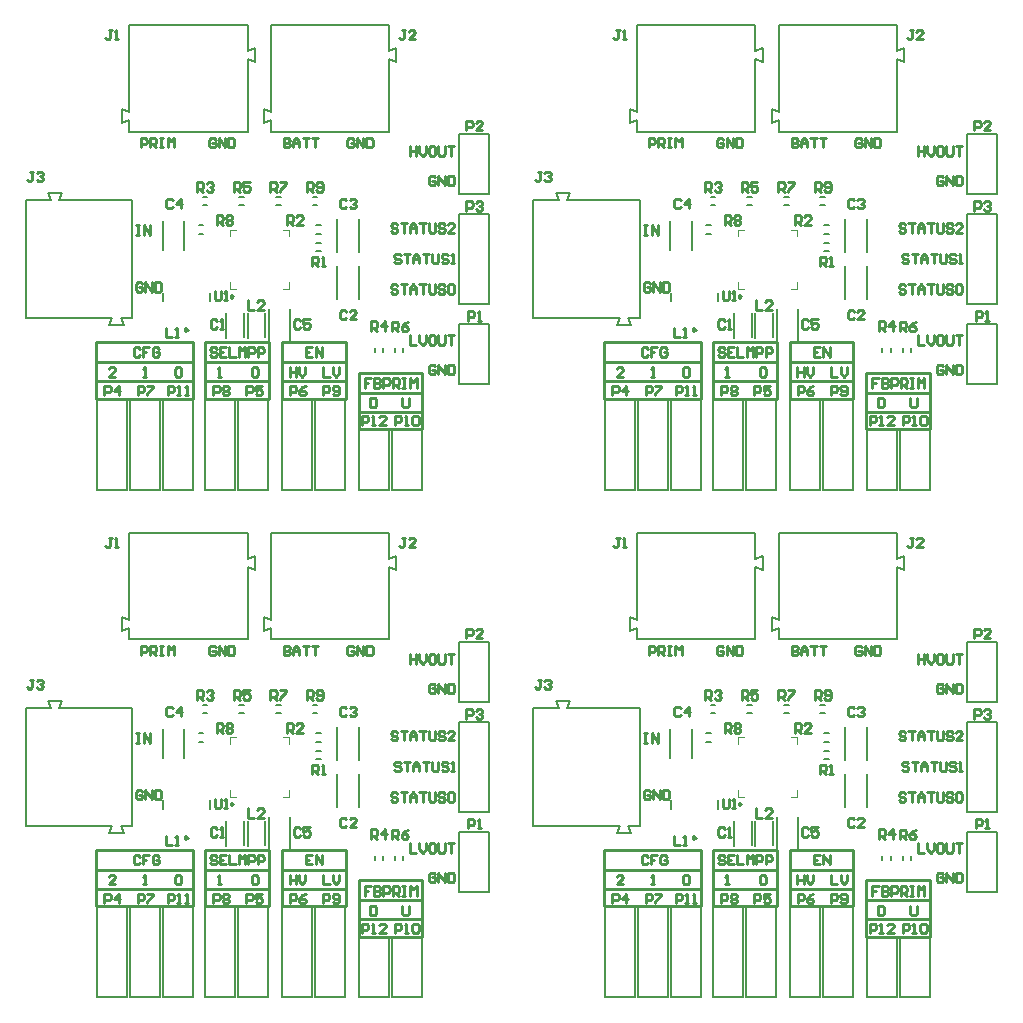
<source format=gto>
%MOIN*%
%OFA0B0*%
%FSLAX25Y25*%
%IPPOS*%
%LPD*%
%ADD10C,0.00984*%
%ADD11C,0.01*%
%ADD12C,0.00394*%
%ADD13C,0.00787*%
%ADD24C,0.00984*%
%ADD25C,0.01*%
%ADD26C,0.00394*%
%ADD27C,0.00787*%
%ADD28C,0.00984*%
%ADD29C,0.01*%
%ADD30C,0.00394*%
%ADD31C,0.00787*%
%ADD32C,0.00984*%
%ADD33C,0.01*%
%ADD34C,0.00394*%
%ADD35C,0.00787*%
G01*
G75*
D10*
X0069980Y0302559D02*
X0069242Y0302985D01*
X0069242Y0302132D01*
X0069980Y0302559D01*
X0054823Y0291436D02*
X0054085Y0291863D01*
X0054085Y0291010D01*
X0054823Y0291436D01*
D11*
X0060629Y0268503D02*
X0081890Y0268503D01*
X0060629Y0280708D02*
X0081890Y0280708D01*
X0081890Y0268503D02*
X0081890Y0280708D01*
X0060629Y0268503D02*
X0060629Y0280708D01*
X0086221Y0268503D02*
X0107480Y0268503D01*
X0086221Y0280708D02*
X0107480Y0280708D01*
X0107480Y0268503D02*
X0107480Y0280708D01*
X0086221Y0268503D02*
X0086221Y0280708D01*
X0060629Y0274409D02*
X0081890Y0274409D01*
X0060629Y0287401D02*
X0081890Y0287401D01*
X0081890Y0274409D02*
X0081890Y0287401D01*
X0060629Y0274409D02*
X0060629Y0287401D01*
X0111811Y0264173D02*
X0133070Y0264173D01*
X0111811Y0277165D02*
X0133070Y0277165D01*
X0133070Y0264173D02*
X0133070Y0277165D01*
X0111811Y0264173D02*
X0111811Y0277165D01*
X0024409Y0268503D02*
X0056693Y0268503D01*
X0024409Y0280708D02*
X0056693Y0280708D01*
X0056693Y0268503D02*
X0056693Y0280708D01*
X0024409Y0268503D02*
X0024409Y0280708D01*
X0024409Y0274409D02*
X0056693Y0274409D01*
X0024409Y0287401D02*
X0056693Y0287401D01*
X0056693Y0274409D02*
X0056693Y0287401D01*
X0024409Y0274409D02*
X0024409Y0287401D01*
X0111811Y0258266D02*
X0133070Y0258266D01*
X0111811Y0270472D02*
X0133070Y0270472D01*
X0133070Y0258266D02*
X0133070Y0270472D01*
X0111811Y0258266D02*
X0111811Y0270472D01*
X0086221Y0274409D02*
X0107480Y0274409D01*
X0086221Y0287401D02*
X0107480Y0287401D01*
X0107480Y0274409D02*
X0107480Y0287401D01*
X0086221Y0274409D02*
X0086221Y0287401D01*
X0115894Y0275211D02*
X0113795Y0275211D01*
X0113795Y0273636D01*
X0114845Y0273636D01*
X0113795Y0273636D01*
X0113795Y0272062D01*
X0116944Y0275211D02*
X0116944Y0272062D01*
X0118517Y0272062D01*
X0119043Y0272587D01*
X0119043Y0273112D01*
X0118517Y0273636D01*
X0116944Y0273636D01*
X0118517Y0273636D01*
X0119043Y0274162D01*
X0119043Y0274686D01*
X0118517Y0275211D01*
X0116944Y0275211D01*
X0120092Y0272062D02*
X0120092Y0275211D01*
X0121666Y0275211D01*
X0122191Y0274686D01*
X0122191Y0273636D01*
X0121666Y0273112D01*
X0120092Y0273112D01*
X0123241Y0272062D02*
X0123241Y0275211D01*
X0124815Y0275211D01*
X0125340Y0274686D01*
X0125340Y0273636D01*
X0124815Y0273112D01*
X0123241Y0273112D01*
X0124291Y0273112D02*
X0125340Y0272062D01*
X0126390Y0275211D02*
X0127438Y0275211D01*
X0126914Y0275211D01*
X0126914Y0272062D01*
X0126390Y0272062D01*
X0127438Y0272062D01*
X0129014Y0272062D02*
X0129014Y0275211D01*
X0130063Y0274162D01*
X0131113Y0275211D01*
X0131113Y0272062D01*
X0115567Y0268715D02*
X0115567Y0265565D01*
X0117141Y0265565D01*
X0117666Y0266091D01*
X0117666Y0268190D01*
X0117141Y0268715D01*
X0115567Y0268715D01*
X0126394Y0268715D02*
X0126394Y0266091D01*
X0126918Y0265565D01*
X0127968Y0265565D01*
X0128492Y0266091D01*
X0128492Y0268715D01*
X0100016Y0278950D02*
X0100016Y0275803D01*
X0102115Y0275803D01*
X0103163Y0278950D02*
X0103163Y0276852D01*
X0104214Y0275803D01*
X0105263Y0276852D01*
X0105263Y0278950D01*
X0088793Y0278950D02*
X0088793Y0275803D01*
X0088793Y0277377D01*
X0090894Y0277377D01*
X0090894Y0278950D01*
X0090894Y0275803D01*
X0091944Y0278950D02*
X0091944Y0276852D01*
X0092993Y0275803D01*
X0094043Y0276852D01*
X0094043Y0278950D01*
X0096404Y0285643D02*
X0094307Y0285643D01*
X0094307Y0282496D01*
X0096404Y0282496D01*
X0094307Y0284070D02*
X0095357Y0284070D01*
X0097456Y0282496D02*
X0097456Y0285643D01*
X0099555Y0282496D01*
X0099555Y0285643D01*
X0064515Y0285119D02*
X0063992Y0285643D01*
X0062942Y0285643D01*
X0062417Y0285119D01*
X0062417Y0284595D01*
X0062942Y0284070D01*
X0063992Y0284070D01*
X0064515Y0283545D01*
X0064515Y0283020D01*
X0063992Y0282496D01*
X0062942Y0282496D01*
X0062417Y0283020D01*
X0067665Y0285643D02*
X0065566Y0285643D01*
X0065566Y0282496D01*
X0067665Y0282496D01*
X0065566Y0284070D02*
X0066615Y0284070D01*
X0068714Y0285643D02*
X0068714Y0282496D01*
X0070814Y0282496D01*
X0071863Y0282496D02*
X0071863Y0285643D01*
X0072913Y0284595D01*
X0073962Y0285643D01*
X0073962Y0282496D01*
X0075012Y0282496D02*
X0075012Y0285643D01*
X0076586Y0285643D01*
X0077111Y0285119D01*
X0077111Y0284070D01*
X0076586Y0283545D01*
X0075012Y0283545D01*
X0078160Y0282496D02*
X0078160Y0285643D01*
X0079735Y0285643D01*
X0080259Y0285119D01*
X0080259Y0284070D01*
X0079735Y0283545D01*
X0078160Y0283545D01*
X0064780Y0275803D02*
X0065829Y0275803D01*
X0065303Y0275803D01*
X0065303Y0278950D01*
X0064780Y0278426D01*
X0076197Y0278426D02*
X0076722Y0278950D01*
X0077769Y0278950D01*
X0078296Y0278426D01*
X0078296Y0276328D01*
X0077769Y0275803D01*
X0076722Y0275803D01*
X0076197Y0276328D01*
X0076197Y0278426D01*
X0050605Y0278426D02*
X0051131Y0278950D01*
X0052181Y0278950D01*
X0052705Y0278426D01*
X0052705Y0276328D01*
X0052181Y0275803D01*
X0051131Y0275803D01*
X0050605Y0276328D01*
X0050605Y0278426D01*
X0039976Y0275803D02*
X0041026Y0275803D01*
X0040501Y0275803D01*
X0040501Y0278950D01*
X0039976Y0278426D01*
X0030658Y0275803D02*
X0028559Y0275803D01*
X0030658Y0277902D01*
X0030658Y0278426D01*
X0030133Y0278950D01*
X0029084Y0278950D01*
X0028559Y0278426D01*
X0038926Y0285119D02*
X0038401Y0285643D01*
X0037352Y0285643D01*
X0036827Y0285119D01*
X0036827Y0283020D01*
X0037352Y0282496D01*
X0038401Y0282496D01*
X0038926Y0283020D01*
X0042074Y0285643D02*
X0039975Y0285643D01*
X0039975Y0284070D01*
X0041025Y0284070D01*
X0039975Y0284070D01*
X0039975Y0282496D01*
X0045223Y0285119D02*
X0044698Y0285643D01*
X0043649Y0285643D01*
X0043124Y0285119D01*
X0043124Y0283020D01*
X0043649Y0282496D01*
X0044698Y0282496D01*
X0045223Y0283020D01*
X0045223Y0284070D01*
X0044173Y0284070D01*
X0086827Y0355329D02*
X0086827Y0352181D01*
X0088400Y0352181D01*
X0088926Y0352705D01*
X0088926Y0353230D01*
X0088400Y0353755D01*
X0086827Y0353755D01*
X0088400Y0353755D01*
X0088926Y0354280D01*
X0088926Y0354805D01*
X0088400Y0355329D01*
X0086827Y0355329D01*
X0089975Y0352181D02*
X0089975Y0354280D01*
X0091025Y0355329D01*
X0092074Y0354280D01*
X0092074Y0352181D01*
X0092074Y0353755D01*
X0089975Y0353755D01*
X0093124Y0355329D02*
X0095223Y0355329D01*
X0094174Y0355329D01*
X0094174Y0352181D01*
X0096270Y0355329D02*
X0098372Y0355329D01*
X0097322Y0355329D01*
X0097322Y0352181D01*
X0039189Y0352181D02*
X0039189Y0355329D01*
X0040763Y0355329D01*
X0041288Y0354805D01*
X0041288Y0353755D01*
X0040763Y0353230D01*
X0039189Y0353230D01*
X0042338Y0352181D02*
X0042338Y0355329D01*
X0043912Y0355329D01*
X0044437Y0354805D01*
X0044437Y0353755D01*
X0043912Y0353230D01*
X0042338Y0353230D01*
X0043387Y0353230D02*
X0044437Y0352181D01*
X0045486Y0355329D02*
X0046536Y0355329D01*
X0046010Y0355329D01*
X0046010Y0352181D01*
X0045486Y0352181D01*
X0046536Y0352181D01*
X0048110Y0352181D02*
X0048110Y0355329D01*
X0049160Y0354280D01*
X0050209Y0355329D01*
X0050209Y0352181D01*
X0110184Y0354805D02*
X0109659Y0355329D01*
X0108609Y0355329D01*
X0108085Y0354805D01*
X0108085Y0352705D01*
X0108609Y0352181D01*
X0109659Y0352181D01*
X0110184Y0352705D01*
X0110184Y0353755D01*
X0109134Y0353755D01*
X0111233Y0352181D02*
X0111233Y0355329D01*
X0113332Y0352181D01*
X0113332Y0355329D01*
X0114382Y0355329D02*
X0114382Y0352181D01*
X0115955Y0352181D01*
X0116480Y0352705D01*
X0116480Y0354805D01*
X0115955Y0355329D01*
X0114382Y0355329D01*
X0064121Y0354805D02*
X0063596Y0355329D01*
X0062546Y0355329D01*
X0062022Y0354805D01*
X0062022Y0352705D01*
X0062546Y0352181D01*
X0063596Y0352181D01*
X0064121Y0352705D01*
X0064121Y0353755D01*
X0063071Y0353755D01*
X0065169Y0352181D02*
X0065169Y0355329D01*
X0067269Y0352181D01*
X0067269Y0355329D01*
X0068319Y0355329D02*
X0068319Y0352181D01*
X0069893Y0352181D01*
X0070418Y0352705D01*
X0070418Y0354805D01*
X0069893Y0355329D01*
X0068319Y0355329D01*
X0037612Y0326194D02*
X0038662Y0326194D01*
X0038137Y0326194D01*
X0038137Y0323046D01*
X0037612Y0323046D01*
X0038662Y0323046D01*
X0040236Y0323046D02*
X0040236Y0326194D01*
X0042335Y0323046D01*
X0042335Y0326194D01*
X0039713Y0306772D02*
X0039189Y0307298D01*
X0038139Y0307298D01*
X0037614Y0306772D01*
X0037614Y0304674D01*
X0038139Y0304149D01*
X0039189Y0304149D01*
X0039713Y0304674D01*
X0039713Y0305723D01*
X0038664Y0305723D01*
X0040763Y0304149D02*
X0040763Y0307298D01*
X0042862Y0304149D01*
X0042862Y0307298D01*
X0043911Y0307298D02*
X0043911Y0304149D01*
X0045486Y0304149D01*
X0046010Y0304674D01*
X0046010Y0306772D01*
X0045486Y0307298D01*
X0043911Y0307298D01*
X0124755Y0305986D02*
X0124230Y0306510D01*
X0123180Y0306510D01*
X0122656Y0305986D01*
X0122656Y0305461D01*
X0123180Y0304936D01*
X0124230Y0304936D01*
X0124755Y0304411D01*
X0124755Y0303887D01*
X0124230Y0303362D01*
X0123180Y0303362D01*
X0122656Y0303887D01*
X0125804Y0306510D02*
X0127902Y0306510D01*
X0126854Y0306510D01*
X0126854Y0303362D01*
X0128953Y0303362D02*
X0128953Y0305461D01*
X0130002Y0306510D01*
X0131051Y0305461D01*
X0131051Y0303362D01*
X0131051Y0304936D01*
X0128953Y0304936D01*
X0132101Y0306510D02*
X0134200Y0306510D01*
X0133151Y0306510D01*
X0133151Y0303362D01*
X0135250Y0306510D02*
X0135250Y0303887D01*
X0135775Y0303362D01*
X0136824Y0303362D01*
X0137349Y0303887D01*
X0137349Y0306510D01*
X0140498Y0305986D02*
X0139973Y0306510D01*
X0138922Y0306510D01*
X0138399Y0305986D01*
X0138399Y0305461D01*
X0138922Y0304936D01*
X0139973Y0304936D01*
X0140498Y0304411D01*
X0140498Y0303887D01*
X0139973Y0303362D01*
X0138922Y0303362D01*
X0138399Y0303887D01*
X0141547Y0305986D02*
X0142072Y0306510D01*
X0143121Y0306510D01*
X0143646Y0305986D01*
X0143646Y0303887D01*
X0143121Y0303362D01*
X0142072Y0303362D01*
X0141547Y0303887D01*
X0141547Y0305986D01*
X0125804Y0316222D02*
X0125279Y0316747D01*
X0124230Y0316747D01*
X0123705Y0316222D01*
X0123705Y0315697D01*
X0124230Y0315172D01*
X0125279Y0315172D01*
X0125804Y0314646D01*
X0125804Y0314123D01*
X0125279Y0313598D01*
X0124230Y0313598D01*
X0123705Y0314123D01*
X0126854Y0316747D02*
X0128953Y0316747D01*
X0127902Y0316747D01*
X0127902Y0313598D01*
X0130002Y0313598D02*
X0130002Y0315697D01*
X0131051Y0316747D01*
X0132101Y0315697D01*
X0132101Y0313598D01*
X0132101Y0315172D01*
X0130002Y0315172D01*
X0133151Y0316747D02*
X0135250Y0316747D01*
X0134200Y0316747D01*
X0134200Y0313598D01*
X0136300Y0316747D02*
X0136300Y0314123D01*
X0136824Y0313598D01*
X0137874Y0313598D01*
X0138399Y0314123D01*
X0138399Y0316747D01*
X0141547Y0316222D02*
X0141022Y0316747D01*
X0139973Y0316747D01*
X0139448Y0316222D01*
X0139448Y0315697D01*
X0139973Y0315172D01*
X0141022Y0315172D01*
X0141547Y0314646D01*
X0141547Y0314123D01*
X0141022Y0313598D01*
X0139973Y0313598D01*
X0139448Y0314123D01*
X0142597Y0313598D02*
X0143646Y0313598D01*
X0143121Y0313598D01*
X0143121Y0316747D01*
X0142597Y0316222D01*
X0124755Y0326458D02*
X0124230Y0326983D01*
X0123180Y0326983D01*
X0122656Y0326458D01*
X0122656Y0325933D01*
X0123180Y0325408D01*
X0124230Y0325408D01*
X0124755Y0324884D01*
X0124755Y0324359D01*
X0124230Y0323834D01*
X0123180Y0323834D01*
X0122656Y0324359D01*
X0125804Y0326983D02*
X0127902Y0326983D01*
X0126854Y0326983D01*
X0126854Y0323834D01*
X0128953Y0323834D02*
X0128953Y0325933D01*
X0130002Y0326983D01*
X0131051Y0325933D01*
X0131051Y0323834D01*
X0131051Y0325408D01*
X0128953Y0325408D01*
X0132101Y0326983D02*
X0134200Y0326983D01*
X0133151Y0326983D01*
X0133151Y0323834D01*
X0135250Y0326983D02*
X0135250Y0324359D01*
X0135775Y0323834D01*
X0136824Y0323834D01*
X0137349Y0324359D01*
X0137349Y0326983D01*
X0140498Y0326458D02*
X0139973Y0326983D01*
X0138922Y0326983D01*
X0138399Y0326458D01*
X0138399Y0325933D01*
X0138922Y0325408D01*
X0139973Y0325408D01*
X0140498Y0324884D01*
X0140498Y0324359D01*
X0139973Y0323834D01*
X0138922Y0323834D01*
X0138399Y0324359D01*
X0143646Y0323834D02*
X0141547Y0323834D01*
X0143646Y0325933D01*
X0143646Y0326458D01*
X0143121Y0326983D01*
X0142072Y0326983D01*
X0141547Y0326458D01*
X0128953Y0289581D02*
X0128953Y0286433D01*
X0131051Y0286433D01*
X0132101Y0289581D02*
X0132101Y0287482D01*
X0133151Y0286433D01*
X0134200Y0287482D01*
X0134200Y0289581D01*
X0136824Y0289581D02*
X0135775Y0289581D01*
X0135250Y0289056D01*
X0135250Y0286956D01*
X0135775Y0286433D01*
X0136824Y0286433D01*
X0137349Y0286956D01*
X0137349Y0289056D01*
X0136824Y0289581D01*
X0138399Y0289581D02*
X0138399Y0286956D01*
X0138922Y0286433D01*
X0139973Y0286433D01*
X0140498Y0286956D01*
X0140498Y0289581D01*
X0141547Y0289581D02*
X0143646Y0289581D01*
X0142597Y0289581D01*
X0142597Y0286433D01*
X0137349Y0279214D02*
X0136824Y0279738D01*
X0135775Y0279738D01*
X0135250Y0279214D01*
X0135250Y0277115D01*
X0135775Y0276590D01*
X0136824Y0276590D01*
X0137349Y0277115D01*
X0137349Y0278164D01*
X0136300Y0278164D01*
X0138399Y0276590D02*
X0138399Y0279738D01*
X0140498Y0276590D01*
X0140498Y0279738D01*
X0141547Y0279738D02*
X0141547Y0276590D01*
X0143121Y0276590D01*
X0143646Y0277115D01*
X0143646Y0279214D01*
X0143121Y0279738D01*
X0141547Y0279738D01*
X0137349Y0342206D02*
X0136824Y0342731D01*
X0135775Y0342731D01*
X0135250Y0342206D01*
X0135250Y0340107D01*
X0135775Y0339582D01*
X0136824Y0339582D01*
X0137349Y0340107D01*
X0137349Y0341157D01*
X0136300Y0341157D01*
X0138399Y0339582D02*
X0138399Y0342731D01*
X0140498Y0339582D01*
X0140498Y0342731D01*
X0141547Y0342731D02*
X0141547Y0339582D01*
X0143121Y0339582D01*
X0143646Y0340107D01*
X0143646Y0342206D01*
X0143121Y0342731D01*
X0141547Y0342731D01*
X0128953Y0352573D02*
X0128953Y0349425D01*
X0128953Y0350999D01*
X0131051Y0350999D01*
X0131051Y0352573D01*
X0131051Y0349425D01*
X0132101Y0352573D02*
X0132101Y0350474D01*
X0133151Y0349425D01*
X0134200Y0350474D01*
X0134200Y0352573D01*
X0136824Y0352573D02*
X0135775Y0352573D01*
X0135250Y0352049D01*
X0135250Y0349950D01*
X0135775Y0349425D01*
X0136824Y0349425D01*
X0137349Y0349950D01*
X0137349Y0352049D01*
X0136824Y0352573D01*
X0138399Y0352573D02*
X0138399Y0349950D01*
X0138922Y0349425D01*
X0139973Y0349425D01*
X0140498Y0349950D01*
X0140498Y0352573D01*
X0141547Y0352573D02*
X0143646Y0352573D01*
X0142597Y0352573D01*
X0142597Y0349425D01*
X0064502Y0326378D02*
X0064502Y0329527D01*
X0066076Y0329527D01*
X0066601Y0329002D01*
X0066601Y0327952D01*
X0066076Y0327427D01*
X0064502Y0327427D01*
X0065552Y0327427D02*
X0066601Y0326378D01*
X0067651Y0329002D02*
X0068176Y0329527D01*
X0069225Y0329527D01*
X0069750Y0329002D01*
X0069750Y0328477D01*
X0069225Y0327952D01*
X0069750Y0327427D01*
X0069750Y0326903D01*
X0069225Y0326378D01*
X0068176Y0326378D01*
X0067651Y0326903D01*
X0067651Y0327427D01*
X0068176Y0327952D01*
X0067651Y0328477D01*
X0067651Y0329002D01*
X0068176Y0327952D02*
X0069225Y0327952D01*
X0049869Y0334513D02*
X0049344Y0335038D01*
X0048295Y0335038D01*
X0047770Y0334513D01*
X0047770Y0332415D01*
X0048295Y0331890D01*
X0049344Y0331890D01*
X0049869Y0332415D01*
X0052493Y0331890D02*
X0052493Y0335038D01*
X0050919Y0333464D01*
X0053017Y0333464D01*
X0063846Y0304330D02*
X0063846Y0301706D01*
X0064371Y0301181D01*
X0065420Y0301181D01*
X0065945Y0301706D01*
X0065945Y0304330D01*
X0066994Y0301181D02*
X0068044Y0301181D01*
X0067519Y0301181D01*
X0067519Y0304330D01*
X0066994Y0303805D01*
X0003411Y0344093D02*
X0002363Y0344093D01*
X0002888Y0344093D01*
X0002888Y0341470D01*
X0002363Y0340945D01*
X0001838Y0340945D01*
X0001313Y0341470D01*
X0004462Y0343569D02*
X0004986Y0344093D01*
X0006036Y0344093D01*
X0006561Y0343569D01*
X0006561Y0343044D01*
X0006036Y0342519D01*
X0005511Y0342519D01*
X0006036Y0342519D01*
X0006561Y0341994D01*
X0006561Y0341470D01*
X0006036Y0340945D01*
X0004986Y0340945D01*
X0004462Y0341470D01*
X0029528Y0391338D02*
X0028477Y0391338D01*
X0029003Y0391338D01*
X0029003Y0388714D01*
X0028477Y0388189D01*
X0027953Y0388189D01*
X0027428Y0388714D01*
X0030577Y0388189D02*
X0031627Y0388189D01*
X0031102Y0388189D01*
X0031102Y0391338D01*
X0030577Y0390813D01*
X0127428Y0391338D02*
X0126379Y0391338D01*
X0126903Y0391338D01*
X0126903Y0388714D01*
X0126379Y0388189D01*
X0125854Y0388189D01*
X0125329Y0388714D01*
X0130577Y0388189D02*
X0128478Y0388189D01*
X0130577Y0390288D01*
X0130577Y0390813D01*
X0130050Y0391338D01*
X0129002Y0391338D01*
X0128478Y0390813D01*
X0094612Y0337402D02*
X0094612Y0340550D01*
X0096186Y0340550D01*
X0096711Y0340025D01*
X0096711Y0338976D01*
X0096186Y0338451D01*
X0094612Y0338451D01*
X0095660Y0338451D02*
X0096711Y0337402D01*
X0097760Y0337926D02*
X0098285Y0337402D01*
X0099335Y0337402D01*
X0099860Y0337926D01*
X0099860Y0340025D01*
X0099335Y0340550D01*
X0098285Y0340550D01*
X0097760Y0340025D01*
X0097760Y0339501D01*
X0098285Y0338976D01*
X0099860Y0338976D01*
X0122967Y0290945D02*
X0122967Y0294093D01*
X0124540Y0294093D01*
X0125066Y0293569D01*
X0125066Y0292519D01*
X0124540Y0291993D01*
X0122967Y0291993D01*
X0124016Y0291993D02*
X0125066Y0290945D01*
X0128214Y0294093D02*
X0127165Y0293569D01*
X0126115Y0292519D01*
X0126115Y0291470D01*
X0126640Y0290945D01*
X0127689Y0290945D01*
X0128214Y0291470D01*
X0128214Y0291993D01*
X0127689Y0292519D01*
X0126115Y0292519D01*
X0115987Y0291034D02*
X0115987Y0294183D01*
X0117562Y0294183D01*
X0118087Y0293658D01*
X0118087Y0292608D01*
X0117562Y0292084D01*
X0115987Y0292084D01*
X0117036Y0292084D02*
X0118087Y0291034D01*
X0120710Y0291034D02*
X0120710Y0294183D01*
X0119136Y0292608D01*
X0121235Y0292608D01*
X0082415Y0337402D02*
X0082415Y0340550D01*
X0083990Y0340550D01*
X0084515Y0340025D01*
X0084515Y0338976D01*
X0083990Y0338451D01*
X0082415Y0338451D01*
X0083465Y0338451D02*
X0084515Y0337402D01*
X0085564Y0340550D02*
X0087663Y0340550D01*
X0087663Y0340025D01*
X0085564Y0337926D01*
X0085564Y0337402D01*
X0070211Y0337402D02*
X0070211Y0340550D01*
X0071785Y0340550D01*
X0072309Y0340025D01*
X0072309Y0338976D01*
X0071785Y0338451D01*
X0070211Y0338451D01*
X0071260Y0338451D02*
X0072309Y0337402D01*
X0075459Y0340550D02*
X0073359Y0340550D01*
X0073359Y0338976D01*
X0074409Y0339501D01*
X0074934Y0339501D01*
X0075459Y0338976D01*
X0075459Y0337926D01*
X0074934Y0337402D01*
X0073884Y0337402D01*
X0073359Y0337926D01*
X0058006Y0337402D02*
X0058006Y0340550D01*
X0059580Y0340550D01*
X0060105Y0340025D01*
X0060105Y0338976D01*
X0059580Y0338451D01*
X0058006Y0338451D01*
X0059056Y0338451D02*
X0060105Y0337402D01*
X0061155Y0340025D02*
X0061680Y0340550D01*
X0062729Y0340550D01*
X0063254Y0340025D01*
X0063254Y0339501D01*
X0062729Y0338976D01*
X0062204Y0338976D01*
X0062729Y0338976D01*
X0063254Y0338451D01*
X0063254Y0337926D01*
X0062729Y0337402D01*
X0061680Y0337402D01*
X0061155Y0337926D01*
X0087927Y0326378D02*
X0087927Y0329527D01*
X0089502Y0329527D01*
X0090026Y0329002D01*
X0090026Y0327952D01*
X0089502Y0327427D01*
X0087927Y0327427D01*
X0088977Y0327427D02*
X0090026Y0326378D01*
X0093175Y0326378D02*
X0091076Y0326378D01*
X0093175Y0328477D01*
X0093175Y0329002D01*
X0092650Y0329527D01*
X0091601Y0329527D01*
X0091076Y0329002D01*
X0096326Y0312599D02*
X0096326Y0315747D01*
X0097900Y0315747D01*
X0098425Y0315222D01*
X0098425Y0314172D01*
X0097900Y0313648D01*
X0096326Y0313648D01*
X0097376Y0313648D02*
X0098425Y0312599D01*
X0099475Y0312599D02*
X0100523Y0312599D01*
X0099999Y0312599D01*
X0099999Y0315747D01*
X0099475Y0315222D01*
X0088867Y0269552D02*
X0088867Y0272700D01*
X0090443Y0272700D01*
X0090968Y0272175D01*
X0090968Y0271126D01*
X0090443Y0270601D01*
X0088867Y0270601D01*
X0094116Y0272700D02*
X0093067Y0272175D01*
X0092017Y0271126D01*
X0092017Y0270076D01*
X0092542Y0269552D01*
X0093591Y0269552D01*
X0094116Y0270076D01*
X0094116Y0270601D01*
X0093591Y0271126D01*
X0092017Y0271126D01*
X0048164Y0269552D02*
X0048164Y0272700D01*
X0049738Y0272700D01*
X0050263Y0272175D01*
X0050263Y0271126D01*
X0049738Y0270601D01*
X0048164Y0270601D01*
X0051312Y0269552D02*
X0052362Y0269552D01*
X0051837Y0269552D01*
X0051837Y0272700D01*
X0051312Y0272175D01*
X0053935Y0269552D02*
X0054986Y0269552D01*
X0054461Y0269552D01*
X0054461Y0272700D01*
X0053935Y0272175D01*
X0074369Y0269552D02*
X0074369Y0272700D01*
X0075943Y0272700D01*
X0076466Y0272175D01*
X0076466Y0271126D01*
X0075943Y0270601D01*
X0074369Y0270601D01*
X0079616Y0272700D02*
X0077517Y0272700D01*
X0077517Y0271126D01*
X0078566Y0271651D01*
X0079091Y0271651D01*
X0079616Y0271126D01*
X0079616Y0270076D01*
X0079091Y0269552D01*
X0078042Y0269552D01*
X0077517Y0270076D01*
X0027067Y0269552D02*
X0027067Y0272700D01*
X0028643Y0272700D01*
X0029168Y0272175D01*
X0029168Y0271126D01*
X0028643Y0270601D01*
X0027067Y0270601D01*
X0031791Y0269552D02*
X0031791Y0272700D01*
X0030217Y0271126D01*
X0032316Y0271126D01*
X0147770Y0331102D02*
X0147770Y0334251D01*
X0149344Y0334251D01*
X0149869Y0333726D01*
X0149869Y0332677D01*
X0149344Y0332152D01*
X0147770Y0332152D01*
X0150918Y0333726D02*
X0151443Y0334251D01*
X0152493Y0334251D01*
X0153017Y0333726D01*
X0153017Y0333202D01*
X0152493Y0332677D01*
X0151968Y0332677D01*
X0152493Y0332677D01*
X0153017Y0332152D01*
X0153017Y0331627D01*
X0152493Y0331102D01*
X0151443Y0331102D01*
X0150918Y0331627D01*
X0038168Y0269552D02*
X0038168Y0272700D01*
X0039743Y0272700D01*
X0040268Y0272175D01*
X0040268Y0271126D01*
X0039743Y0270601D01*
X0038168Y0270601D01*
X0041317Y0272700D02*
X0043416Y0272700D01*
X0043416Y0272175D01*
X0041317Y0270076D01*
X0041317Y0269552D01*
X0148295Y0294488D02*
X0148295Y0297637D01*
X0149869Y0297637D01*
X0150393Y0297112D01*
X0150393Y0296062D01*
X0149869Y0295538D01*
X0148295Y0295538D01*
X0151443Y0294488D02*
X0152493Y0294488D01*
X0151968Y0294488D01*
X0151968Y0297637D01*
X0151443Y0297112D01*
X0147770Y0357874D02*
X0147770Y0361022D01*
X0149344Y0361022D01*
X0149869Y0360498D01*
X0149869Y0359448D01*
X0149344Y0358924D01*
X0147770Y0358924D01*
X0153017Y0357874D02*
X0150918Y0357874D01*
X0153017Y0359973D01*
X0153017Y0360498D01*
X0152493Y0361022D01*
X0151443Y0361022D01*
X0150918Y0360498D01*
X0099968Y0269552D02*
X0099968Y0272700D01*
X0101543Y0272700D01*
X0102068Y0272175D01*
X0102068Y0271126D01*
X0101543Y0270601D01*
X0099968Y0270601D01*
X0103116Y0270076D02*
X0103641Y0269552D01*
X0104691Y0269552D01*
X0105216Y0270076D01*
X0105216Y0272175D01*
X0104691Y0272700D01*
X0103641Y0272700D01*
X0103116Y0272175D01*
X0103116Y0271651D01*
X0103641Y0271126D01*
X0105216Y0271126D01*
X0112993Y0259645D02*
X0112993Y0262794D01*
X0114568Y0262794D01*
X0115093Y0262270D01*
X0115093Y0261220D01*
X0114568Y0260695D01*
X0112993Y0260695D01*
X0116141Y0259645D02*
X0117192Y0259645D01*
X0116667Y0259645D01*
X0116667Y0262794D01*
X0116141Y0262270D01*
X0120865Y0259645D02*
X0118766Y0259645D01*
X0120865Y0261744D01*
X0120865Y0262270D01*
X0120340Y0262794D01*
X0119290Y0262794D01*
X0118766Y0262270D01*
X0063368Y0269552D02*
X0063368Y0272700D01*
X0064942Y0272700D01*
X0065468Y0272175D01*
X0065468Y0271126D01*
X0064942Y0270601D01*
X0063368Y0270601D01*
X0066517Y0272175D02*
X0067042Y0272700D01*
X0068091Y0272700D01*
X0068616Y0272175D01*
X0068616Y0271651D01*
X0068091Y0271126D01*
X0068616Y0270601D01*
X0068616Y0270076D01*
X0068091Y0269552D01*
X0067042Y0269552D01*
X0066517Y0270076D01*
X0066517Y0270601D01*
X0067042Y0271126D01*
X0066517Y0271651D01*
X0066517Y0272175D01*
X0067042Y0271126D02*
X0068091Y0271126D01*
X0123994Y0259645D02*
X0123994Y0262794D01*
X0125567Y0262794D01*
X0126093Y0262270D01*
X0126093Y0261220D01*
X0125567Y0260695D01*
X0123994Y0260695D01*
X0127142Y0259645D02*
X0128192Y0259645D01*
X0127667Y0259645D01*
X0127667Y0262794D01*
X0127142Y0262270D01*
X0129766Y0262270D02*
X0130291Y0262794D01*
X0131340Y0262794D01*
X0131865Y0262270D01*
X0131865Y0260170D01*
X0131340Y0259645D01*
X0130291Y0259645D01*
X0129766Y0260170D01*
X0129766Y0262270D01*
X0074935Y0301180D02*
X0074935Y0298032D01*
X0077034Y0298032D01*
X0080183Y0298032D02*
X0078084Y0298032D01*
X0080183Y0300131D01*
X0080183Y0300655D01*
X0079658Y0301180D01*
X0078609Y0301180D01*
X0078084Y0300655D01*
X0047507Y0292125D02*
X0047507Y0288976D01*
X0049606Y0288976D01*
X0050656Y0288976D02*
X0051705Y0288976D01*
X0051181Y0288976D01*
X0051181Y0292125D01*
X0050656Y0291599D01*
X0092389Y0294356D02*
X0091864Y0294881D01*
X0090814Y0294881D01*
X0090290Y0294356D01*
X0090290Y0292257D01*
X0090814Y0291732D01*
X0091864Y0291732D01*
X0092389Y0292257D01*
X0095537Y0294881D02*
X0093437Y0294881D01*
X0093437Y0293307D01*
X0094488Y0293831D01*
X0095012Y0293831D01*
X0095537Y0293307D01*
X0095537Y0292257D01*
X0095012Y0291732D01*
X0093963Y0291732D01*
X0093437Y0292257D01*
X0107743Y0334513D02*
X0107217Y0335038D01*
X0106169Y0335038D01*
X0105644Y0334513D01*
X0105644Y0332415D01*
X0106169Y0331890D01*
X0107217Y0331890D01*
X0107743Y0332415D01*
X0108792Y0334513D02*
X0109317Y0335038D01*
X0110367Y0335038D01*
X0110891Y0334513D01*
X0110891Y0333988D01*
X0110367Y0333464D01*
X0109842Y0333464D01*
X0110367Y0333464D01*
X0110891Y0332939D01*
X0110891Y0332415D01*
X0110367Y0331890D01*
X0109317Y0331890D01*
X0108792Y0332415D01*
X0107743Y0297506D02*
X0107217Y0298030D01*
X0106169Y0298030D01*
X0105644Y0297506D01*
X0105644Y0295407D01*
X0106169Y0294882D01*
X0107217Y0294882D01*
X0107743Y0295407D01*
X0110891Y0294882D02*
X0108792Y0294882D01*
X0110891Y0296981D01*
X0110891Y0297506D01*
X0110367Y0298030D01*
X0109317Y0298030D01*
X0108792Y0297506D01*
X0064567Y0294356D02*
X0064042Y0294881D01*
X0062992Y0294881D01*
X0062468Y0294356D01*
X0062468Y0292257D01*
X0062992Y0291732D01*
X0064042Y0291732D01*
X0064567Y0292257D01*
X0065617Y0291732D02*
X0066666Y0291732D01*
X0066141Y0291732D01*
X0066141Y0294881D01*
X0065617Y0294356D01*
D12*
X0068898Y0305118D02*
X0070965Y0305118D01*
X0068898Y0305118D02*
X0068898Y0307184D01*
X0068898Y0322736D02*
X0068898Y0324803D01*
X0070965Y0324803D01*
X0086516Y0324803D02*
X0088583Y0324803D01*
X0088583Y0322736D02*
X0088583Y0324803D01*
X0086516Y0305118D02*
X0088583Y0305118D01*
X0088583Y0307184D01*
D13*
X0058465Y0326181D02*
X0060039Y0326181D01*
X0058465Y0323425D02*
X0060039Y0323425D01*
X0059841Y0335630D02*
X0061417Y0335630D01*
X0059841Y0332873D02*
X0061417Y0332873D01*
X0080610Y0288861D02*
X0080610Y0296965D01*
X0073721Y0288861D02*
X0073721Y0296965D01*
X0089000Y0287377D02*
X0089000Y0298449D01*
X0081866Y0287377D02*
X0081866Y0298449D01*
X0053556Y0317901D02*
X0053556Y0327768D01*
X0046444Y0317901D02*
X0046444Y0327768D01*
X0097638Y0323425D02*
X0099213Y0323425D01*
X0097638Y0326181D02*
X0099213Y0326181D01*
X0097638Y0317519D02*
X0099213Y0317519D01*
X0097638Y0320274D02*
X0099213Y0320274D01*
X0104701Y0301550D02*
X0104701Y0312622D01*
X0111835Y0301550D02*
X0111835Y0312622D01*
X0104701Y0317298D02*
X0104701Y0328370D01*
X0111835Y0317298D02*
X0111835Y0328370D01*
X0096457Y0332873D02*
X0098032Y0332873D01*
X0096457Y0335630D02*
X0098032Y0335630D01*
X0084252Y0332873D02*
X0085827Y0332873D01*
X0084252Y0335630D02*
X0085827Y0335630D01*
X0072047Y0332873D02*
X0073622Y0332873D01*
X0072047Y0335630D02*
X0073622Y0335630D01*
X0067716Y0288767D02*
X0067716Y0297059D01*
X0074803Y0288767D02*
X0074803Y0297059D01*
X0126770Y0283858D02*
X0126770Y0285433D01*
X0124016Y0283858D02*
X0124016Y0285433D01*
X0119882Y0283858D02*
X0119882Y0285433D01*
X0117126Y0283858D02*
X0117126Y0285433D01*
X0121929Y0238149D02*
X0121929Y0258149D01*
X0111928Y0258149D02*
X0121929Y0258149D01*
X0111928Y0238149D02*
X0111928Y0258149D01*
X0111928Y0238149D02*
X0121929Y0238149D01*
X0132953Y0238149D02*
X0132953Y0258149D01*
X0122953Y0258149D02*
X0132953Y0258149D01*
X0122953Y0238149D02*
X0122953Y0258149D01*
X0122953Y0238149D02*
X0132953Y0238149D01*
X0097362Y0268149D02*
X0107362Y0268149D01*
X0107362Y0238149D02*
X0107362Y0268149D01*
X0097362Y0238149D02*
X0107362Y0238149D01*
X0097362Y0238149D02*
X0097362Y0268149D01*
X0086339Y0268149D02*
X0096339Y0268149D01*
X0096339Y0238149D02*
X0096339Y0268149D01*
X0086339Y0238149D02*
X0096339Y0238149D01*
X0086339Y0238149D02*
X0086339Y0268149D01*
X0071772Y0268149D02*
X0081772Y0268149D01*
X0081772Y0238149D02*
X0081772Y0268149D01*
X0071772Y0238149D02*
X0081772Y0238149D01*
X0071772Y0238149D02*
X0071772Y0268149D01*
X0060748Y0268149D02*
X0070748Y0268149D01*
X0070748Y0238149D02*
X0070748Y0268149D01*
X0060748Y0238149D02*
X0070748Y0238149D01*
X0060748Y0238149D02*
X0060748Y0268149D01*
X0046575Y0268149D02*
X0056575Y0268149D01*
X0056575Y0238149D02*
X0056575Y0268149D01*
X0046575Y0238149D02*
X0056575Y0238149D01*
X0046575Y0238149D02*
X0046575Y0268149D01*
X0035551Y0268149D02*
X0045551Y0268149D01*
X0045551Y0238149D02*
X0045551Y0268149D01*
X0035551Y0238149D02*
X0045551Y0238149D01*
X0035551Y0238149D02*
X0035551Y0268149D01*
X0024527Y0268149D02*
X0034528Y0268149D01*
X0034528Y0238149D02*
X0034528Y0268149D01*
X0024527Y0238149D02*
X0034528Y0238149D01*
X0024527Y0238149D02*
X0024527Y0268149D01*
X0145394Y0299960D02*
X0155394Y0299960D01*
X0145394Y0299960D02*
X0145394Y0329960D01*
X0155394Y0329960D01*
X0155394Y0299960D02*
X0155394Y0329960D01*
X0155394Y0273188D02*
X0155394Y0293188D01*
X0145394Y0293188D02*
X0155394Y0293188D01*
X0145394Y0273188D02*
X0145394Y0293188D01*
X0145394Y0273188D02*
X0155394Y0273188D01*
X0155394Y0336574D02*
X0155394Y0356574D01*
X0145394Y0356574D02*
X0155394Y0356574D01*
X0145394Y0336574D02*
X0145394Y0356574D01*
X0145394Y0336574D02*
X0155394Y0336574D01*
X0000787Y0295275D02*
X0029724Y0295275D01*
X0032479Y0295275D02*
X0036220Y0295275D01*
X0036220Y0334645D01*
X0000787Y0295275D02*
X0000787Y0334645D01*
X0009252Y0334645D01*
X0012009Y0334645D02*
X0036220Y0334645D01*
X0008268Y0337008D02*
X0012992Y0337008D01*
X0008268Y0337008D02*
X0009251Y0334645D01*
X0012009Y0334645D02*
X0012992Y0337008D01*
X0032479Y0295275D02*
X0033464Y0292913D01*
X0028738Y0292913D02*
X0033464Y0292913D01*
X0028738Y0292913D02*
X0029723Y0295275D01*
X0082677Y0363976D02*
X0082677Y0392913D01*
X0082677Y0357480D02*
X0082677Y0361219D01*
X0082677Y0357480D02*
X0122047Y0357480D01*
X0082677Y0392913D02*
X0122047Y0392913D01*
X0122047Y0384448D02*
X0122047Y0392913D01*
X0122047Y0357480D02*
X0122047Y0381692D01*
X0124410Y0380708D02*
X0124410Y0385433D01*
X0122047Y0384449D02*
X0124410Y0385433D01*
X0122047Y0381692D02*
X0124410Y0380708D01*
X0080313Y0360237D02*
X0082677Y0361219D01*
X0080313Y0360237D02*
X0080313Y0364961D01*
X0082677Y0363978D01*
X0035432Y0363976D02*
X0035432Y0392913D01*
X0035432Y0357480D02*
X0035432Y0361219D01*
X0035432Y0357480D02*
X0074802Y0357480D01*
X0035432Y0392913D02*
X0074802Y0392913D01*
X0074802Y0384448D02*
X0074802Y0392913D01*
X0074802Y0357480D02*
X0074802Y0381692D01*
X0077165Y0380708D02*
X0077165Y0385433D01*
X0074802Y0384449D02*
X0077165Y0385433D01*
X0074802Y0381692D02*
X0077165Y0380708D01*
X0033070Y0360236D02*
X0035432Y0361219D01*
X0033070Y0360236D02*
X0033070Y0364961D01*
X0035432Y0363978D01*
X0046504Y0300885D02*
X0046504Y0303838D01*
X0062156Y0300885D02*
X0062156Y0303838D01*
G04 next file*
G04*
G04 #@! TF.GenerationSoftware,Altium Limited,Altium Designer,21.7.2 (23)*
G04*
G04 Layer_Color=65535*
G04 skipping 70
G04*
G04 #@! TF.SameCoordinates,4C6A6D40-5D94-4475-8A21-F7F3A9D7BEC8*
G04*
G04*
G04 #@! TF.FilePolarity,Positive*
G04*
G01*
G75*
D24*
X0239271Y0302559D02*
X0238533Y0302985D01*
X0238533Y0302132D01*
X0239271Y0302559D01*
X0224114Y0291436D02*
X0223376Y0291863D01*
X0223376Y0291010D01*
X0224114Y0291436D01*
D25*
X0229921Y0268503D02*
X0251181Y0268503D01*
X0229921Y0280708D02*
X0251181Y0280708D01*
X0251181Y0268503D02*
X0251181Y0280708D01*
X0229921Y0268503D02*
X0229921Y0280708D01*
X0255512Y0268503D02*
X0276771Y0268503D01*
X0255512Y0280708D02*
X0276771Y0280708D01*
X0276771Y0268503D02*
X0276771Y0280708D01*
X0255512Y0268503D02*
X0255512Y0280708D01*
X0229921Y0274409D02*
X0251181Y0274409D01*
X0229921Y0287401D02*
X0251181Y0287401D01*
X0251181Y0274409D02*
X0251181Y0287401D01*
X0229921Y0274409D02*
X0229921Y0287401D01*
X0281102Y0264173D02*
X0302362Y0264173D01*
X0281102Y0277165D02*
X0302362Y0277165D01*
X0302362Y0264173D02*
X0302362Y0277165D01*
X0281102Y0264173D02*
X0281102Y0277165D01*
X0193700Y0268503D02*
X0225984Y0268503D01*
X0193700Y0280708D02*
X0225984Y0280708D01*
X0225984Y0268503D02*
X0225984Y0280708D01*
X0193700Y0268503D02*
X0193700Y0280708D01*
X0193700Y0274409D02*
X0225984Y0274409D01*
X0193700Y0287401D02*
X0225984Y0287401D01*
X0225984Y0274409D02*
X0225984Y0287401D01*
X0193700Y0274409D02*
X0193700Y0287401D01*
X0281102Y0258266D02*
X0302362Y0258266D01*
X0281102Y0270472D02*
X0302362Y0270472D01*
X0302362Y0258266D02*
X0302362Y0270472D01*
X0281102Y0258266D02*
X0281102Y0270472D01*
X0255512Y0274409D02*
X0276771Y0274409D01*
X0255512Y0287401D02*
X0276771Y0287401D01*
X0276771Y0274409D02*
X0276771Y0287401D01*
X0255512Y0274409D02*
X0255512Y0287401D01*
X0285185Y0275211D02*
X0283086Y0275211D01*
X0283086Y0273636D01*
X0284136Y0273636D01*
X0283086Y0273636D01*
X0283086Y0272062D01*
X0286235Y0275211D02*
X0286235Y0272062D01*
X0287809Y0272062D01*
X0288334Y0272587D01*
X0288334Y0273112D01*
X0287809Y0273636D01*
X0286235Y0273636D01*
X0287809Y0273636D01*
X0288334Y0274162D01*
X0288334Y0274686D01*
X0287809Y0275211D01*
X0286235Y0275211D01*
X0289383Y0272062D02*
X0289383Y0275211D01*
X0290958Y0275211D01*
X0291482Y0274686D01*
X0291482Y0273636D01*
X0290958Y0273112D01*
X0289383Y0273112D01*
X0292532Y0272062D02*
X0292532Y0275211D01*
X0294106Y0275211D01*
X0294630Y0274686D01*
X0294630Y0273636D01*
X0294106Y0273112D01*
X0292532Y0273112D01*
X0293582Y0273112D02*
X0294630Y0272062D01*
X0295681Y0275211D02*
X0296730Y0275211D01*
X0296205Y0275211D01*
X0296205Y0272062D01*
X0295681Y0272062D01*
X0296730Y0272062D01*
X0298305Y0272062D02*
X0298305Y0275211D01*
X0299353Y0274162D01*
X0300404Y0275211D01*
X0300404Y0272062D01*
X0284858Y0268715D02*
X0284858Y0265565D01*
X0286432Y0265565D01*
X0286956Y0266091D01*
X0286956Y0268190D01*
X0286432Y0268715D01*
X0284858Y0268715D01*
X0295685Y0268715D02*
X0295685Y0266091D01*
X0296209Y0265565D01*
X0297259Y0265565D01*
X0297784Y0266091D01*
X0297784Y0268715D01*
X0269307Y0278950D02*
X0269307Y0275803D01*
X0271406Y0275803D01*
X0272454Y0278950D02*
X0272454Y0276852D01*
X0273505Y0275803D01*
X0274554Y0276852D01*
X0274554Y0278950D01*
X0258086Y0278950D02*
X0258086Y0275803D01*
X0258086Y0277377D01*
X0260185Y0277377D01*
X0260185Y0278950D01*
X0260185Y0275803D01*
X0261235Y0278950D02*
X0261235Y0276852D01*
X0262284Y0275803D01*
X0263334Y0276852D01*
X0263334Y0278950D01*
X0265697Y0285643D02*
X0263598Y0285643D01*
X0263598Y0282496D01*
X0265697Y0282496D01*
X0263598Y0284070D02*
X0264648Y0284070D01*
X0266746Y0282496D02*
X0266746Y0285643D01*
X0268846Y0282496D01*
X0268846Y0285643D01*
X0233807Y0285119D02*
X0233283Y0285643D01*
X0232233Y0285643D01*
X0231707Y0285119D01*
X0231707Y0284595D01*
X0232233Y0284070D01*
X0233283Y0284070D01*
X0233807Y0283545D01*
X0233807Y0283020D01*
X0233283Y0282496D01*
X0232233Y0282496D01*
X0231707Y0283020D01*
X0236956Y0285643D02*
X0234857Y0285643D01*
X0234857Y0282496D01*
X0236956Y0282496D01*
X0234857Y0284070D02*
X0235906Y0284070D01*
X0238005Y0285643D02*
X0238005Y0282496D01*
X0240105Y0282496D01*
X0241154Y0282496D02*
X0241154Y0285643D01*
X0242204Y0284595D01*
X0243253Y0285643D01*
X0243253Y0282496D01*
X0244302Y0282496D02*
X0244302Y0285643D01*
X0245877Y0285643D01*
X0246402Y0285119D01*
X0246402Y0284070D01*
X0245877Y0283545D01*
X0244302Y0283545D01*
X0247451Y0282496D02*
X0247451Y0285643D01*
X0249026Y0285643D01*
X0249549Y0285119D01*
X0249549Y0284070D01*
X0249026Y0283545D01*
X0247451Y0283545D01*
X0234071Y0275803D02*
X0235120Y0275803D01*
X0234595Y0275803D01*
X0234595Y0278950D01*
X0234071Y0278426D01*
X0245488Y0278426D02*
X0246013Y0278950D01*
X0247061Y0278950D01*
X0247587Y0278426D01*
X0247587Y0276328D01*
X0247061Y0275803D01*
X0246013Y0275803D01*
X0245488Y0276328D01*
X0245488Y0278426D01*
X0219897Y0278426D02*
X0220421Y0278950D01*
X0221471Y0278950D01*
X0221996Y0278426D01*
X0221996Y0276328D01*
X0221471Y0275803D01*
X0220421Y0275803D01*
X0219897Y0276328D01*
X0219897Y0278426D01*
X0209267Y0275803D02*
X0210317Y0275803D01*
X0209791Y0275803D01*
X0209791Y0278950D01*
X0209267Y0278426D01*
X0199949Y0275803D02*
X0197850Y0275803D01*
X0199949Y0277902D01*
X0199949Y0278426D01*
X0199424Y0278950D01*
X0198375Y0278950D01*
X0197850Y0278426D01*
X0208217Y0285119D02*
X0207692Y0285643D01*
X0206643Y0285643D01*
X0206117Y0285119D01*
X0206117Y0283020D01*
X0206643Y0282496D01*
X0207692Y0282496D01*
X0208217Y0283020D01*
X0211364Y0285643D02*
X0209266Y0285643D01*
X0209266Y0284070D01*
X0210316Y0284070D01*
X0209266Y0284070D01*
X0209266Y0282496D01*
X0214514Y0285119D02*
X0213988Y0285643D01*
X0212940Y0285643D01*
X0212415Y0285119D01*
X0212415Y0283020D01*
X0212940Y0282496D01*
X0213988Y0282496D01*
X0214514Y0283020D01*
X0214514Y0284070D01*
X0213464Y0284070D01*
X0256117Y0355329D02*
X0256117Y0352181D01*
X0257692Y0352181D01*
X0258217Y0352705D01*
X0258217Y0353230D01*
X0257692Y0353755D01*
X0256117Y0353755D01*
X0257692Y0353755D01*
X0258217Y0354280D01*
X0258217Y0354805D01*
X0257692Y0355329D01*
X0256117Y0355329D01*
X0259266Y0352181D02*
X0259266Y0354280D01*
X0260316Y0355329D01*
X0261364Y0354280D01*
X0261364Y0352181D01*
X0261364Y0353755D01*
X0259266Y0353755D01*
X0262415Y0355329D02*
X0264514Y0355329D01*
X0263465Y0355329D01*
X0263465Y0352181D01*
X0265563Y0355329D02*
X0267663Y0355329D01*
X0266613Y0355329D01*
X0266613Y0352181D01*
X0208480Y0352181D02*
X0208480Y0355329D01*
X0210054Y0355329D01*
X0210578Y0354805D01*
X0210578Y0353755D01*
X0210054Y0353230D01*
X0208480Y0353230D01*
X0211628Y0352181D02*
X0211628Y0355329D01*
X0213203Y0355329D01*
X0213728Y0354805D01*
X0213728Y0353755D01*
X0213203Y0353230D01*
X0211628Y0353230D01*
X0212678Y0353230D02*
X0213728Y0352181D01*
X0214777Y0355329D02*
X0215827Y0355329D01*
X0215302Y0355329D01*
X0215302Y0352181D01*
X0214777Y0352181D01*
X0215827Y0352181D01*
X0217401Y0352181D02*
X0217401Y0355329D01*
X0218451Y0354280D01*
X0219499Y0355329D01*
X0219499Y0352181D01*
X0279475Y0354805D02*
X0278950Y0355329D01*
X0277900Y0355329D01*
X0277376Y0354805D01*
X0277376Y0352705D01*
X0277900Y0352181D01*
X0278950Y0352181D01*
X0279475Y0352705D01*
X0279475Y0353755D01*
X0278425Y0353755D01*
X0280524Y0352181D02*
X0280524Y0355329D01*
X0282623Y0352181D01*
X0282623Y0355329D01*
X0283673Y0355329D02*
X0283673Y0352181D01*
X0285247Y0352181D01*
X0285772Y0352705D01*
X0285772Y0354805D01*
X0285247Y0355329D01*
X0283673Y0355329D01*
X0233412Y0354805D02*
X0232887Y0355329D01*
X0231836Y0355329D01*
X0231313Y0354805D01*
X0231313Y0352705D01*
X0231836Y0352181D01*
X0232887Y0352181D01*
X0233412Y0352705D01*
X0233412Y0353755D01*
X0232362Y0353755D01*
X0234461Y0352181D02*
X0234461Y0355329D01*
X0236560Y0352181D01*
X0236560Y0355329D01*
X0237610Y0355329D02*
X0237610Y0352181D01*
X0239184Y0352181D01*
X0239709Y0352705D01*
X0239709Y0354805D01*
X0239184Y0355329D01*
X0237610Y0355329D01*
X0206903Y0326194D02*
X0207953Y0326194D01*
X0207428Y0326194D01*
X0207428Y0323046D01*
X0206903Y0323046D01*
X0207953Y0323046D01*
X0209527Y0323046D02*
X0209527Y0326194D01*
X0211626Y0323046D01*
X0211626Y0326194D01*
X0209004Y0306772D02*
X0208480Y0307298D01*
X0207430Y0307298D01*
X0206904Y0306772D01*
X0206904Y0304674D01*
X0207430Y0304149D01*
X0208480Y0304149D01*
X0209004Y0304674D01*
X0209004Y0305723D01*
X0207954Y0305723D01*
X0210054Y0304149D02*
X0210054Y0307298D01*
X0212153Y0304149D01*
X0212153Y0307298D01*
X0213201Y0307298D02*
X0213201Y0304149D01*
X0214777Y0304149D01*
X0215301Y0304674D01*
X0215301Y0306772D01*
X0214777Y0307298D01*
X0213201Y0307298D01*
X0294046Y0305986D02*
X0293521Y0306510D01*
X0292471Y0306510D01*
X0291947Y0305986D01*
X0291947Y0305461D01*
X0292471Y0304936D01*
X0293521Y0304936D01*
X0294046Y0304411D01*
X0294046Y0303887D01*
X0293521Y0303362D01*
X0292471Y0303362D01*
X0291947Y0303887D01*
X0295095Y0306510D02*
X0297194Y0306510D01*
X0296144Y0306510D01*
X0296144Y0303362D01*
X0298244Y0303362D02*
X0298244Y0305461D01*
X0299293Y0306510D01*
X0300343Y0305461D01*
X0300343Y0303362D01*
X0300343Y0304936D01*
X0298244Y0304936D01*
X0301392Y0306510D02*
X0303491Y0306510D01*
X0302442Y0306510D01*
X0302442Y0303362D01*
X0304541Y0306510D02*
X0304541Y0303887D01*
X0305065Y0303362D01*
X0306115Y0303362D01*
X0306640Y0303887D01*
X0306640Y0306510D01*
X0309789Y0305986D02*
X0309264Y0306510D01*
X0308214Y0306510D01*
X0307690Y0305986D01*
X0307690Y0305461D01*
X0308214Y0304936D01*
X0309264Y0304936D01*
X0309789Y0304411D01*
X0309789Y0303887D01*
X0309264Y0303362D01*
X0308214Y0303362D01*
X0307690Y0303887D01*
X0310838Y0305986D02*
X0311363Y0306510D01*
X0312412Y0306510D01*
X0312937Y0305986D01*
X0312937Y0303887D01*
X0312412Y0303362D01*
X0311363Y0303362D01*
X0310838Y0303887D01*
X0310838Y0305986D01*
X0295095Y0316222D02*
X0294570Y0316747D01*
X0293521Y0316747D01*
X0292996Y0316222D01*
X0292996Y0315697D01*
X0293521Y0315172D01*
X0294570Y0315172D01*
X0295095Y0314646D01*
X0295095Y0314123D01*
X0294570Y0313598D01*
X0293521Y0313598D01*
X0292996Y0314123D01*
X0296144Y0316747D02*
X0298244Y0316747D01*
X0297194Y0316747D01*
X0297194Y0313598D01*
X0299293Y0313598D02*
X0299293Y0315697D01*
X0300343Y0316747D01*
X0301392Y0315697D01*
X0301392Y0313598D01*
X0301392Y0315172D01*
X0299293Y0315172D01*
X0302442Y0316747D02*
X0304541Y0316747D01*
X0303491Y0316747D01*
X0303491Y0313598D01*
X0305590Y0316747D02*
X0305590Y0314123D01*
X0306115Y0313598D01*
X0307165Y0313598D01*
X0307690Y0314123D01*
X0307690Y0316747D01*
X0310838Y0316222D02*
X0310313Y0316747D01*
X0309264Y0316747D01*
X0308738Y0316222D01*
X0308738Y0315697D01*
X0309264Y0315172D01*
X0310313Y0315172D01*
X0310838Y0314646D01*
X0310838Y0314123D01*
X0310313Y0313598D01*
X0309264Y0313598D01*
X0308738Y0314123D01*
X0311888Y0313598D02*
X0312937Y0313598D01*
X0312412Y0313598D01*
X0312412Y0316747D01*
X0311888Y0316222D01*
X0294046Y0326458D02*
X0293521Y0326983D01*
X0292471Y0326983D01*
X0291947Y0326458D01*
X0291947Y0325933D01*
X0292471Y0325408D01*
X0293521Y0325408D01*
X0294046Y0324884D01*
X0294046Y0324359D01*
X0293521Y0323834D01*
X0292471Y0323834D01*
X0291947Y0324359D01*
X0295095Y0326983D02*
X0297194Y0326983D01*
X0296144Y0326983D01*
X0296144Y0323834D01*
X0298244Y0323834D02*
X0298244Y0325933D01*
X0299293Y0326983D01*
X0300343Y0325933D01*
X0300343Y0323834D01*
X0300343Y0325408D01*
X0298244Y0325408D01*
X0301392Y0326983D02*
X0303491Y0326983D01*
X0302442Y0326983D01*
X0302442Y0323834D01*
X0304541Y0326983D02*
X0304541Y0324359D01*
X0305065Y0323834D01*
X0306115Y0323834D01*
X0306640Y0324359D01*
X0306640Y0326983D01*
X0309789Y0326458D02*
X0309264Y0326983D01*
X0308214Y0326983D01*
X0307690Y0326458D01*
X0307690Y0325933D01*
X0308214Y0325408D01*
X0309264Y0325408D01*
X0309789Y0324884D01*
X0309789Y0324359D01*
X0309264Y0323834D01*
X0308214Y0323834D01*
X0307690Y0324359D01*
X0312937Y0323834D02*
X0310838Y0323834D01*
X0312937Y0325933D01*
X0312937Y0326458D01*
X0312412Y0326983D01*
X0311363Y0326983D01*
X0310838Y0326458D01*
X0298244Y0289581D02*
X0298244Y0286433D01*
X0300343Y0286433D01*
X0301392Y0289581D02*
X0301392Y0287482D01*
X0302442Y0286433D01*
X0303491Y0287482D01*
X0303491Y0289581D01*
X0306115Y0289581D02*
X0305065Y0289581D01*
X0304541Y0289056D01*
X0304541Y0286956D01*
X0305065Y0286433D01*
X0306115Y0286433D01*
X0306640Y0286956D01*
X0306640Y0289056D01*
X0306115Y0289581D01*
X0307690Y0289581D02*
X0307690Y0286956D01*
X0308214Y0286433D01*
X0309264Y0286433D01*
X0309789Y0286956D01*
X0309789Y0289581D01*
X0310838Y0289581D02*
X0312937Y0289581D01*
X0311888Y0289581D01*
X0311888Y0286433D01*
X0306640Y0279214D02*
X0306115Y0279738D01*
X0305065Y0279738D01*
X0304541Y0279214D01*
X0304541Y0277115D01*
X0305065Y0276590D01*
X0306115Y0276590D01*
X0306640Y0277115D01*
X0306640Y0278164D01*
X0305590Y0278164D01*
X0307690Y0276590D02*
X0307690Y0279738D01*
X0309789Y0276590D01*
X0309789Y0279738D01*
X0310838Y0279738D02*
X0310838Y0276590D01*
X0312412Y0276590D01*
X0312937Y0277115D01*
X0312937Y0279214D01*
X0312412Y0279738D01*
X0310838Y0279738D01*
X0306640Y0342206D02*
X0306115Y0342731D01*
X0305065Y0342731D01*
X0304541Y0342206D01*
X0304541Y0340107D01*
X0305065Y0339582D01*
X0306115Y0339582D01*
X0306640Y0340107D01*
X0306640Y0341157D01*
X0305590Y0341157D01*
X0307690Y0339582D02*
X0307690Y0342731D01*
X0309789Y0339582D01*
X0309789Y0342731D01*
X0310838Y0342731D02*
X0310838Y0339582D01*
X0312412Y0339582D01*
X0312937Y0340107D01*
X0312937Y0342206D01*
X0312412Y0342731D01*
X0310838Y0342731D01*
X0298244Y0352573D02*
X0298244Y0349425D01*
X0298244Y0350999D01*
X0300343Y0350999D01*
X0300343Y0352573D01*
X0300343Y0349425D01*
X0301392Y0352573D02*
X0301392Y0350474D01*
X0302442Y0349425D01*
X0303491Y0350474D01*
X0303491Y0352573D01*
X0306115Y0352573D02*
X0305065Y0352573D01*
X0304541Y0352049D01*
X0304541Y0349950D01*
X0305065Y0349425D01*
X0306115Y0349425D01*
X0306640Y0349950D01*
X0306640Y0352049D01*
X0306115Y0352573D01*
X0307690Y0352573D02*
X0307690Y0349950D01*
X0308214Y0349425D01*
X0309264Y0349425D01*
X0309789Y0349950D01*
X0309789Y0352573D01*
X0310838Y0352573D02*
X0312937Y0352573D01*
X0311888Y0352573D01*
X0311888Y0349425D01*
X0233793Y0326378D02*
X0233793Y0329527D01*
X0235367Y0329527D01*
X0235892Y0329002D01*
X0235892Y0327952D01*
X0235367Y0327427D01*
X0233793Y0327427D01*
X0234843Y0327427D02*
X0235892Y0326378D01*
X0236942Y0329002D02*
X0237467Y0329527D01*
X0238516Y0329527D01*
X0239041Y0329002D01*
X0239041Y0328477D01*
X0238516Y0327952D01*
X0239041Y0327427D01*
X0239041Y0326903D01*
X0238516Y0326378D01*
X0237467Y0326378D01*
X0236942Y0326903D01*
X0236942Y0327427D01*
X0237467Y0327952D01*
X0236942Y0328477D01*
X0236942Y0329002D01*
X0237467Y0327952D02*
X0238516Y0327952D01*
X0219160Y0334513D02*
X0218635Y0335038D01*
X0217586Y0335038D01*
X0217061Y0334513D01*
X0217061Y0332415D01*
X0217586Y0331890D01*
X0218635Y0331890D01*
X0219160Y0332415D01*
X0221783Y0331890D02*
X0221783Y0335038D01*
X0220210Y0333464D01*
X0222308Y0333464D01*
X0233137Y0304330D02*
X0233137Y0301706D01*
X0233662Y0301181D01*
X0234710Y0301181D01*
X0235236Y0301706D01*
X0235236Y0304330D01*
X0236285Y0301181D02*
X0237334Y0301181D01*
X0236810Y0301181D01*
X0236810Y0304330D01*
X0236285Y0303805D01*
X0172703Y0344093D02*
X0171654Y0344093D01*
X0172178Y0344093D01*
X0172178Y0341470D01*
X0171654Y0340945D01*
X0171129Y0340945D01*
X0170604Y0341470D01*
X0173752Y0343569D02*
X0174277Y0344093D01*
X0175327Y0344093D01*
X0175852Y0343569D01*
X0175852Y0343044D01*
X0175327Y0342519D01*
X0174802Y0342519D01*
X0175327Y0342519D01*
X0175852Y0341994D01*
X0175852Y0341470D01*
X0175327Y0340945D01*
X0174277Y0340945D01*
X0173752Y0341470D01*
X0198818Y0391338D02*
X0197769Y0391338D01*
X0198294Y0391338D01*
X0198294Y0388714D01*
X0197769Y0388189D01*
X0197244Y0388189D01*
X0196719Y0388714D01*
X0199868Y0388189D02*
X0200918Y0388189D01*
X0200393Y0388189D01*
X0200393Y0391338D01*
X0199868Y0390813D01*
X0296719Y0391338D02*
X0295670Y0391338D01*
X0296194Y0391338D01*
X0296194Y0388714D01*
X0295670Y0388189D01*
X0295144Y0388189D01*
X0294620Y0388714D01*
X0299867Y0388189D02*
X0297769Y0388189D01*
X0299867Y0390288D01*
X0299867Y0390813D01*
X0299343Y0391338D01*
X0298292Y0391338D01*
X0297769Y0390813D01*
X0263903Y0337402D02*
X0263903Y0340550D01*
X0265477Y0340550D01*
X0266002Y0340025D01*
X0266002Y0338976D01*
X0265477Y0338451D01*
X0263903Y0338451D01*
X0264952Y0338451D02*
X0266002Y0337402D01*
X0267051Y0337926D02*
X0267576Y0337402D01*
X0268626Y0337402D01*
X0269150Y0337926D01*
X0269150Y0340025D01*
X0268626Y0340550D01*
X0267576Y0340550D01*
X0267051Y0340025D01*
X0267051Y0339501D01*
X0267576Y0338976D01*
X0269150Y0338976D01*
X0292258Y0290945D02*
X0292258Y0294093D01*
X0293832Y0294093D01*
X0294356Y0293569D01*
X0294356Y0292519D01*
X0293832Y0291993D01*
X0292258Y0291993D01*
X0293307Y0291993D02*
X0294356Y0290945D01*
X0297504Y0294093D02*
X0296456Y0293569D01*
X0295406Y0292519D01*
X0295406Y0291470D01*
X0295931Y0290945D01*
X0296981Y0290945D01*
X0297504Y0291470D01*
X0297504Y0291993D01*
X0296981Y0292519D01*
X0295406Y0292519D01*
X0285278Y0291034D02*
X0285278Y0294183D01*
X0286853Y0294183D01*
X0287378Y0293658D01*
X0287378Y0292608D01*
X0286853Y0292084D01*
X0285278Y0292084D01*
X0286328Y0292084D02*
X0287378Y0291034D01*
X0290001Y0291034D02*
X0290001Y0294183D01*
X0288427Y0292608D01*
X0290526Y0292608D01*
X0251705Y0337402D02*
X0251705Y0340550D01*
X0253281Y0340550D01*
X0253806Y0340025D01*
X0253806Y0338976D01*
X0253281Y0338451D01*
X0251705Y0338451D01*
X0252755Y0338451D02*
X0253806Y0337402D01*
X0254855Y0340550D02*
X0256954Y0340550D01*
X0256954Y0340025D01*
X0254855Y0337926D01*
X0254855Y0337402D01*
X0239502Y0337402D02*
X0239502Y0340550D01*
X0241075Y0340550D01*
X0241601Y0340025D01*
X0241601Y0338976D01*
X0241075Y0338451D01*
X0239502Y0338451D01*
X0240551Y0338451D02*
X0241601Y0337402D01*
X0244749Y0340550D02*
X0242650Y0340550D01*
X0242650Y0338976D01*
X0243699Y0339501D01*
X0244225Y0339501D01*
X0244749Y0338976D01*
X0244749Y0337926D01*
X0244225Y0337402D01*
X0243175Y0337402D01*
X0242650Y0337926D01*
X0227297Y0337402D02*
X0227297Y0340550D01*
X0228871Y0340550D01*
X0229396Y0340025D01*
X0229396Y0338976D01*
X0228871Y0338451D01*
X0227297Y0338451D01*
X0228347Y0338451D02*
X0229396Y0337402D01*
X0230446Y0340025D02*
X0230971Y0340550D01*
X0232019Y0340550D01*
X0232545Y0340025D01*
X0232545Y0339501D01*
X0232019Y0338976D01*
X0231495Y0338976D01*
X0232019Y0338976D01*
X0232545Y0338451D01*
X0232545Y0337926D01*
X0232019Y0337402D01*
X0230971Y0337402D01*
X0230446Y0337926D01*
X0257218Y0326378D02*
X0257218Y0329527D01*
X0258793Y0329527D01*
X0259317Y0329002D01*
X0259317Y0327952D01*
X0258793Y0327427D01*
X0257218Y0327427D01*
X0258268Y0327427D02*
X0259317Y0326378D01*
X0262466Y0326378D02*
X0260367Y0326378D01*
X0262466Y0328477D01*
X0262466Y0329002D01*
X0261940Y0329527D01*
X0260892Y0329527D01*
X0260367Y0329002D01*
X0265617Y0312599D02*
X0265617Y0315747D01*
X0267191Y0315747D01*
X0267716Y0315222D01*
X0267716Y0314172D01*
X0267191Y0313648D01*
X0265617Y0313648D01*
X0266666Y0313648D02*
X0267716Y0312599D01*
X0268766Y0312599D02*
X0269815Y0312599D01*
X0269290Y0312599D01*
X0269290Y0315747D01*
X0268766Y0315222D01*
X0258158Y0269552D02*
X0258158Y0272700D01*
X0259734Y0272700D01*
X0260258Y0272175D01*
X0260258Y0271126D01*
X0259734Y0270601D01*
X0258158Y0270601D01*
X0263407Y0272700D02*
X0262358Y0272175D01*
X0261308Y0271126D01*
X0261308Y0270076D01*
X0261832Y0269552D01*
X0262882Y0269552D01*
X0263407Y0270076D01*
X0263407Y0270601D01*
X0262882Y0271126D01*
X0261308Y0271126D01*
X0217455Y0269552D02*
X0217455Y0272700D01*
X0219029Y0272700D01*
X0219553Y0272175D01*
X0219553Y0271126D01*
X0219029Y0270601D01*
X0217455Y0270601D01*
X0220603Y0269552D02*
X0221653Y0269552D01*
X0221128Y0269552D01*
X0221128Y0272700D01*
X0220603Y0272175D01*
X0223227Y0269552D02*
X0224277Y0269552D01*
X0223752Y0269552D01*
X0223752Y0272700D01*
X0223227Y0272175D01*
X0243660Y0269552D02*
X0243660Y0272700D01*
X0245234Y0272700D01*
X0245759Y0272175D01*
X0245759Y0271126D01*
X0245234Y0270601D01*
X0243660Y0270601D01*
X0248907Y0272700D02*
X0246808Y0272700D01*
X0246808Y0271126D01*
X0247858Y0271651D01*
X0248382Y0271651D01*
X0248907Y0271126D01*
X0248907Y0270076D01*
X0248382Y0269552D01*
X0247332Y0269552D01*
X0246808Y0270076D01*
X0196359Y0269552D02*
X0196359Y0272700D01*
X0197934Y0272700D01*
X0198459Y0272175D01*
X0198459Y0271126D01*
X0197934Y0270601D01*
X0196359Y0270601D01*
X0201081Y0269552D02*
X0201081Y0272700D01*
X0199508Y0271126D01*
X0201607Y0271126D01*
X0317061Y0331102D02*
X0317061Y0334251D01*
X0318635Y0334251D01*
X0319160Y0333726D01*
X0319160Y0332677D01*
X0318635Y0332152D01*
X0317061Y0332152D01*
X0320209Y0333726D02*
X0320734Y0334251D01*
X0321784Y0334251D01*
X0322308Y0333726D01*
X0322308Y0333202D01*
X0321784Y0332677D01*
X0321259Y0332677D01*
X0321784Y0332677D01*
X0322308Y0332152D01*
X0322308Y0331627D01*
X0321784Y0331102D01*
X0320734Y0331102D01*
X0320209Y0331627D01*
X0207459Y0269552D02*
X0207459Y0272700D01*
X0209034Y0272700D01*
X0209559Y0272175D01*
X0209559Y0271126D01*
X0209034Y0270601D01*
X0207459Y0270601D01*
X0210608Y0272700D02*
X0212706Y0272700D01*
X0212706Y0272175D01*
X0210608Y0270076D01*
X0210608Y0269552D01*
X0317586Y0294488D02*
X0317586Y0297637D01*
X0319160Y0297637D01*
X0319685Y0297112D01*
X0319685Y0296062D01*
X0319160Y0295538D01*
X0317586Y0295538D01*
X0320734Y0294488D02*
X0321784Y0294488D01*
X0321259Y0294488D01*
X0321259Y0297637D01*
X0320734Y0297112D01*
X0317061Y0357874D02*
X0317061Y0361022D01*
X0318635Y0361022D01*
X0319160Y0360498D01*
X0319160Y0359448D01*
X0318635Y0358924D01*
X0317061Y0358924D01*
X0322308Y0357874D02*
X0320209Y0357874D01*
X0322308Y0359973D01*
X0322308Y0360498D01*
X0321784Y0361022D01*
X0320734Y0361022D01*
X0320209Y0360498D01*
X0269259Y0269552D02*
X0269259Y0272700D01*
X0270834Y0272700D01*
X0271359Y0272175D01*
X0271359Y0271126D01*
X0270834Y0270601D01*
X0269259Y0270601D01*
X0272408Y0270076D02*
X0272933Y0269552D01*
X0273982Y0269552D01*
X0274507Y0270076D01*
X0274507Y0272175D01*
X0273982Y0272700D01*
X0272933Y0272700D01*
X0272408Y0272175D01*
X0272408Y0271651D01*
X0272933Y0271126D01*
X0274507Y0271126D01*
X0282284Y0259645D02*
X0282284Y0262794D01*
X0283859Y0262794D01*
X0284384Y0262270D01*
X0284384Y0261220D01*
X0283859Y0260695D01*
X0282284Y0260695D01*
X0285433Y0259645D02*
X0286482Y0259645D01*
X0285958Y0259645D01*
X0285958Y0262794D01*
X0285433Y0262270D01*
X0290156Y0259645D02*
X0288057Y0259645D01*
X0290156Y0261744D01*
X0290156Y0262270D01*
X0289631Y0262794D01*
X0288582Y0262794D01*
X0288057Y0262270D01*
X0232659Y0269552D02*
X0232659Y0272700D01*
X0234234Y0272700D01*
X0234758Y0272175D01*
X0234758Y0271126D01*
X0234234Y0270601D01*
X0232659Y0270601D01*
X0235808Y0272175D02*
X0236333Y0272700D01*
X0237381Y0272700D01*
X0237907Y0272175D01*
X0237907Y0271651D01*
X0237381Y0271126D01*
X0237907Y0270601D01*
X0237907Y0270076D01*
X0237381Y0269552D01*
X0236333Y0269552D01*
X0235808Y0270076D01*
X0235808Y0270601D01*
X0236333Y0271126D01*
X0235808Y0271651D01*
X0235808Y0272175D01*
X0236333Y0271126D02*
X0237381Y0271126D01*
X0293285Y0259645D02*
X0293285Y0262794D01*
X0294859Y0262794D01*
X0295384Y0262270D01*
X0295384Y0261220D01*
X0294859Y0260695D01*
X0293285Y0260695D01*
X0296433Y0259645D02*
X0297482Y0259645D01*
X0296957Y0259645D01*
X0296957Y0262794D01*
X0296433Y0262270D01*
X0299057Y0262270D02*
X0299582Y0262794D01*
X0300630Y0262794D01*
X0301156Y0262270D01*
X0301156Y0260170D01*
X0300630Y0259645D01*
X0299582Y0259645D01*
X0299057Y0260170D01*
X0299057Y0262270D01*
X0244226Y0301180D02*
X0244226Y0298032D01*
X0246325Y0298032D01*
X0249474Y0298032D02*
X0247375Y0298032D01*
X0249474Y0300131D01*
X0249474Y0300655D01*
X0248949Y0301180D01*
X0247900Y0301180D01*
X0247375Y0300655D01*
X0216798Y0292125D02*
X0216798Y0288976D01*
X0218897Y0288976D01*
X0219946Y0288976D02*
X0220996Y0288976D01*
X0220472Y0288976D01*
X0220472Y0292125D01*
X0219946Y0291599D01*
X0261680Y0294356D02*
X0261154Y0294881D01*
X0260105Y0294881D01*
X0259581Y0294356D01*
X0259581Y0292257D01*
X0260105Y0291732D01*
X0261154Y0291732D01*
X0261680Y0292257D01*
X0264828Y0294881D02*
X0262729Y0294881D01*
X0262729Y0293307D01*
X0263779Y0293831D01*
X0264303Y0293831D01*
X0264828Y0293307D01*
X0264828Y0292257D01*
X0264303Y0291732D01*
X0263254Y0291732D01*
X0262729Y0292257D01*
X0277034Y0334513D02*
X0276509Y0335038D01*
X0275460Y0335038D01*
X0274935Y0334513D01*
X0274935Y0332415D01*
X0275460Y0331890D01*
X0276509Y0331890D01*
X0277034Y0332415D01*
X0278082Y0334513D02*
X0278608Y0335038D01*
X0279658Y0335038D01*
X0280183Y0334513D01*
X0280183Y0333988D01*
X0279658Y0333464D01*
X0279133Y0333464D01*
X0279658Y0333464D01*
X0280183Y0332939D01*
X0280183Y0332415D01*
X0279658Y0331890D01*
X0278608Y0331890D01*
X0278082Y0332415D01*
X0277034Y0297506D02*
X0276509Y0298030D01*
X0275460Y0298030D01*
X0274935Y0297506D01*
X0274935Y0295407D01*
X0275460Y0294882D01*
X0276509Y0294882D01*
X0277034Y0295407D01*
X0280183Y0294882D02*
X0278082Y0294882D01*
X0280183Y0296981D01*
X0280183Y0297506D01*
X0279658Y0298030D01*
X0278608Y0298030D01*
X0278082Y0297506D01*
X0233858Y0294356D02*
X0233333Y0294881D01*
X0232283Y0294881D01*
X0231759Y0294356D01*
X0231759Y0292257D01*
X0232283Y0291732D01*
X0233333Y0291732D01*
X0233858Y0292257D01*
X0234907Y0291732D02*
X0235957Y0291732D01*
X0235432Y0291732D01*
X0235432Y0294881D01*
X0234907Y0294356D01*
D26*
X0238188Y0305118D02*
X0240255Y0305118D01*
X0238188Y0305118D02*
X0238188Y0307184D01*
X0238188Y0322736D02*
X0238188Y0324803D01*
X0240255Y0324803D01*
X0255806Y0324803D02*
X0257873Y0324803D01*
X0257873Y0322736D02*
X0257873Y0324803D01*
X0255806Y0305118D02*
X0257873Y0305118D01*
X0257873Y0307184D01*
D27*
X0227755Y0326181D02*
X0229330Y0326181D01*
X0227755Y0323425D02*
X0229330Y0323425D01*
X0229133Y0335630D02*
X0230708Y0335630D01*
X0229133Y0332873D02*
X0230708Y0332873D01*
X0249901Y0288861D02*
X0249901Y0296965D01*
X0243012Y0288861D02*
X0243012Y0296965D01*
X0258291Y0287377D02*
X0258291Y0298449D01*
X0251157Y0287377D02*
X0251157Y0298449D01*
X0222847Y0317901D02*
X0222847Y0327768D01*
X0215735Y0317901D02*
X0215735Y0327768D01*
X0266929Y0323425D02*
X0268504Y0323425D01*
X0266929Y0326181D02*
X0268504Y0326181D01*
X0266929Y0317519D02*
X0268504Y0317519D01*
X0266929Y0320274D02*
X0268504Y0320274D01*
X0273992Y0301550D02*
X0273992Y0312622D01*
X0281126Y0301550D02*
X0281126Y0312622D01*
X0273992Y0317298D02*
X0273992Y0328370D01*
X0281126Y0317298D02*
X0281126Y0328370D01*
X0265747Y0332873D02*
X0267323Y0332873D01*
X0265747Y0335630D02*
X0267323Y0335630D01*
X0253542Y0332873D02*
X0255118Y0332873D01*
X0253542Y0335630D02*
X0255118Y0335630D01*
X0241338Y0332873D02*
X0242912Y0332873D01*
X0241338Y0335630D02*
X0242912Y0335630D01*
X0237007Y0288767D02*
X0237007Y0297059D01*
X0244094Y0288767D02*
X0244094Y0297059D01*
X0296063Y0283858D02*
X0296063Y0285433D01*
X0293307Y0283858D02*
X0293307Y0285433D01*
X0289173Y0283858D02*
X0289173Y0285433D01*
X0286417Y0283858D02*
X0286417Y0285433D01*
X0291220Y0238149D02*
X0291220Y0258149D01*
X0281220Y0258149D02*
X0291220Y0258149D01*
X0281220Y0238149D02*
X0281220Y0258149D01*
X0281220Y0238149D02*
X0291220Y0238149D01*
X0302244Y0238149D02*
X0302244Y0258149D01*
X0292244Y0258149D02*
X0302244Y0258149D01*
X0292244Y0238149D02*
X0292244Y0258149D01*
X0292244Y0238149D02*
X0302244Y0238149D01*
X0266653Y0268149D02*
X0276653Y0268149D01*
X0276653Y0238149D02*
X0276653Y0268149D01*
X0266653Y0238149D02*
X0276653Y0238149D01*
X0266653Y0238149D02*
X0266653Y0268149D01*
X0255629Y0268149D02*
X0265630Y0268149D01*
X0265630Y0238149D02*
X0265630Y0268149D01*
X0255629Y0238149D02*
X0265630Y0238149D01*
X0255629Y0238149D02*
X0255629Y0268149D01*
X0241062Y0268149D02*
X0251063Y0268149D01*
X0251063Y0238149D02*
X0251063Y0268149D01*
X0241062Y0238149D02*
X0251063Y0238149D01*
X0241062Y0238149D02*
X0241062Y0268149D01*
X0230039Y0268149D02*
X0240038Y0268149D01*
X0240038Y0238149D02*
X0240038Y0268149D01*
X0230039Y0238149D02*
X0240038Y0238149D01*
X0230039Y0238149D02*
X0230039Y0268149D01*
X0215865Y0268149D02*
X0225866Y0268149D01*
X0225866Y0238149D02*
X0225866Y0268149D01*
X0215865Y0238149D02*
X0225866Y0238149D01*
X0215865Y0238149D02*
X0215865Y0268149D01*
X0204842Y0268149D02*
X0214842Y0268149D01*
X0214842Y0238149D02*
X0214842Y0268149D01*
X0204842Y0238149D02*
X0214842Y0238149D01*
X0204842Y0238149D02*
X0204842Y0268149D01*
X0193819Y0268149D02*
X0203819Y0268149D01*
X0203819Y0238149D02*
X0203819Y0268149D01*
X0193819Y0238149D02*
X0203819Y0238149D01*
X0193819Y0238149D02*
X0193819Y0268149D01*
X0314685Y0299960D02*
X0324685Y0299960D01*
X0314685Y0299960D02*
X0314685Y0329960D01*
X0324685Y0329960D01*
X0324685Y0299960D02*
X0324685Y0329960D01*
X0324685Y0273188D02*
X0324685Y0293188D01*
X0314685Y0293188D02*
X0324685Y0293188D01*
X0314685Y0273188D02*
X0314685Y0293188D01*
X0314685Y0273188D02*
X0324685Y0273188D01*
X0324685Y0336574D02*
X0324685Y0356574D01*
X0314685Y0356574D02*
X0324685Y0356574D01*
X0314685Y0336574D02*
X0314685Y0356574D01*
X0314685Y0336574D02*
X0324685Y0336574D01*
X0170078Y0295275D02*
X0199015Y0295275D01*
X0201771Y0295275D02*
X0205511Y0295275D01*
X0205511Y0334645D01*
X0170078Y0295275D02*
X0170078Y0334645D01*
X0178543Y0334645D01*
X0181300Y0334645D02*
X0205511Y0334645D01*
X0177558Y0337008D02*
X0182283Y0337008D01*
X0177558Y0337008D02*
X0178541Y0334645D01*
X0181300Y0334645D02*
X0182283Y0337008D01*
X0201771Y0295275D02*
X0202755Y0292913D01*
X0198030Y0292913D02*
X0202755Y0292913D01*
X0198030Y0292913D02*
X0199014Y0295275D01*
X0251968Y0363976D02*
X0251968Y0392913D01*
X0251968Y0357480D02*
X0251968Y0361219D01*
X0251968Y0357480D02*
X0291338Y0357480D01*
X0251968Y0392913D02*
X0291338Y0392913D01*
X0291338Y0384448D02*
X0291338Y0392913D01*
X0291338Y0357480D02*
X0291338Y0381692D01*
X0293701Y0380708D02*
X0293701Y0385433D01*
X0291338Y0384449D02*
X0293701Y0385433D01*
X0291338Y0381692D02*
X0293701Y0380708D01*
X0249606Y0360237D02*
X0251968Y0361219D01*
X0249606Y0360237D02*
X0249606Y0364961D01*
X0251968Y0363978D01*
X0204723Y0363976D02*
X0204723Y0392913D01*
X0204723Y0357480D02*
X0204723Y0361219D01*
X0204723Y0357480D02*
X0244092Y0357480D01*
X0204723Y0392913D02*
X0244092Y0392913D01*
X0244092Y0384448D02*
X0244092Y0392913D01*
X0244092Y0357480D02*
X0244092Y0381692D01*
X0246456Y0380708D02*
X0246456Y0385433D01*
X0244092Y0384449D02*
X0246456Y0385433D01*
X0244092Y0381692D02*
X0246456Y0380708D01*
X0202361Y0360236D02*
X0204723Y0361219D01*
X0202361Y0360236D02*
X0202361Y0364961D01*
X0204723Y0363978D01*
X0215795Y0300885D02*
X0215795Y0303838D01*
X0231448Y0300885D02*
X0231448Y0303838D01*
G04 next file*
G04*
G04 #@! TF.GenerationSoftware,Altium Limited,Altium Designer,21.7.2 (23)*
G04*
G04 Layer_Color=65535*
G04 skipping 70
G04*
G04 #@! TF.SameCoordinates,4C6A6D40-5D94-4475-8A21-F7F3A9D7BEC8*
G04*
G04*
G04 #@! TF.FilePolarity,Positive*
G04*
G01*
G75*
D28*
X0069980Y0133268D02*
X0069242Y0133694D01*
X0069242Y0132841D01*
X0069980Y0133268D01*
X0054823Y0122144D02*
X0054085Y0122571D01*
X0054085Y0121719D01*
X0054823Y0122144D01*
D29*
X0060629Y0099212D02*
X0081890Y0099212D01*
X0060629Y0111417D02*
X0081890Y0111417D01*
X0081890Y0099212D02*
X0081890Y0111417D01*
X0060629Y0099212D02*
X0060629Y0111417D01*
X0086221Y0099212D02*
X0107480Y0099212D01*
X0086221Y0111417D02*
X0107480Y0111417D01*
X0107480Y0099212D02*
X0107480Y0111417D01*
X0086221Y0099212D02*
X0086221Y0111417D01*
X0060629Y0105118D02*
X0081890Y0105118D01*
X0060629Y0118110D02*
X0081890Y0118110D01*
X0081890Y0105118D02*
X0081890Y0118110D01*
X0060629Y0105118D02*
X0060629Y0118110D01*
X0111811Y0094882D02*
X0133070Y0094882D01*
X0111811Y0107874D02*
X0133070Y0107874D01*
X0133070Y0094882D02*
X0133070Y0107874D01*
X0111811Y0094882D02*
X0111811Y0107874D01*
X0024409Y0099212D02*
X0056693Y0099212D01*
X0024409Y0111417D02*
X0056693Y0111417D01*
X0056693Y0099212D02*
X0056693Y0111417D01*
X0024409Y0099212D02*
X0024409Y0111417D01*
X0024409Y0105118D02*
X0056693Y0105118D01*
X0024409Y0118110D02*
X0056693Y0118110D01*
X0056693Y0105118D02*
X0056693Y0118110D01*
X0024409Y0105118D02*
X0024409Y0118110D01*
X0111811Y0088976D02*
X0133070Y0088976D01*
X0111811Y0101181D02*
X0133070Y0101181D01*
X0133070Y0088976D02*
X0133070Y0101181D01*
X0111811Y0088976D02*
X0111811Y0101181D01*
X0086221Y0105118D02*
X0107480Y0105118D01*
X0086221Y0118110D02*
X0107480Y0118110D01*
X0107480Y0105118D02*
X0107480Y0118110D01*
X0086221Y0105118D02*
X0086221Y0118110D01*
X0115894Y0105919D02*
X0113795Y0105919D01*
X0113795Y0104346D01*
X0114845Y0104346D01*
X0113795Y0104346D01*
X0113795Y0102770D01*
X0116944Y0105919D02*
X0116944Y0102770D01*
X0118517Y0102770D01*
X0119043Y0103296D01*
X0119043Y0103821D01*
X0118517Y0104346D01*
X0116944Y0104346D01*
X0118517Y0104346D01*
X0119043Y0104871D01*
X0119043Y0105395D01*
X0118517Y0105919D01*
X0116944Y0105919D01*
X0120092Y0102770D02*
X0120092Y0105919D01*
X0121666Y0105919D01*
X0122191Y0105395D01*
X0122191Y0104346D01*
X0121666Y0103821D01*
X0120092Y0103821D01*
X0123241Y0102770D02*
X0123241Y0105919D01*
X0124815Y0105919D01*
X0125340Y0105395D01*
X0125340Y0104346D01*
X0124815Y0103821D01*
X0123241Y0103821D01*
X0124291Y0103821D02*
X0125340Y0102770D01*
X0126390Y0105919D02*
X0127438Y0105919D01*
X0126914Y0105919D01*
X0126914Y0102770D01*
X0126390Y0102770D01*
X0127438Y0102770D01*
X0129014Y0102770D02*
X0129014Y0105919D01*
X0130063Y0104871D01*
X0131113Y0105919D01*
X0131113Y0102770D01*
X0115567Y0099424D02*
X0115567Y0096275D01*
X0117141Y0096275D01*
X0117666Y0096800D01*
X0117666Y0098898D01*
X0117141Y0099424D01*
X0115567Y0099424D01*
X0126394Y0099424D02*
X0126394Y0096800D01*
X0126918Y0096275D01*
X0127968Y0096275D01*
X0128492Y0096800D01*
X0128492Y0099424D01*
X0100016Y0109660D02*
X0100016Y0106512D01*
X0102115Y0106512D01*
X0103163Y0109660D02*
X0103163Y0107561D01*
X0104214Y0106512D01*
X0105263Y0107561D01*
X0105263Y0109660D01*
X0088793Y0109660D02*
X0088793Y0106512D01*
X0088793Y0108086D01*
X0090894Y0108086D01*
X0090894Y0109660D01*
X0090894Y0106512D01*
X0091944Y0109660D02*
X0091944Y0107561D01*
X0092993Y0106512D01*
X0094043Y0107561D01*
X0094043Y0109660D01*
X0096404Y0116353D02*
X0094307Y0116353D01*
X0094307Y0113205D01*
X0096404Y0113205D01*
X0094307Y0114779D02*
X0095357Y0114779D01*
X0097456Y0113205D02*
X0097456Y0116353D01*
X0099555Y0113205D01*
X0099555Y0116353D01*
X0064515Y0115828D02*
X0063992Y0116353D01*
X0062942Y0116353D01*
X0062417Y0115828D01*
X0062417Y0115304D01*
X0062942Y0114779D01*
X0063992Y0114779D01*
X0064515Y0114253D01*
X0064515Y0113728D01*
X0063992Y0113205D01*
X0062942Y0113205D01*
X0062417Y0113728D01*
X0067665Y0116353D02*
X0065566Y0116353D01*
X0065566Y0113205D01*
X0067665Y0113205D01*
X0065566Y0114779D02*
X0066615Y0114779D01*
X0068714Y0116353D02*
X0068714Y0113205D01*
X0070814Y0113205D01*
X0071863Y0113205D02*
X0071863Y0116353D01*
X0072913Y0115304D01*
X0073962Y0116353D01*
X0073962Y0113205D01*
X0075012Y0113205D02*
X0075012Y0116353D01*
X0076586Y0116353D01*
X0077111Y0115828D01*
X0077111Y0114779D01*
X0076586Y0114253D01*
X0075012Y0114253D01*
X0078160Y0113205D02*
X0078160Y0116353D01*
X0079735Y0116353D01*
X0080259Y0115828D01*
X0080259Y0114779D01*
X0079735Y0114253D01*
X0078160Y0114253D01*
X0064780Y0106512D02*
X0065829Y0106512D01*
X0065303Y0106512D01*
X0065303Y0109660D01*
X0064780Y0109135D01*
X0076197Y0109135D02*
X0076722Y0109660D01*
X0077769Y0109660D01*
X0078296Y0109135D01*
X0078296Y0107037D01*
X0077769Y0106512D01*
X0076722Y0106512D01*
X0076197Y0107037D01*
X0076197Y0109135D01*
X0050605Y0109135D02*
X0051131Y0109660D01*
X0052181Y0109660D01*
X0052705Y0109135D01*
X0052705Y0107037D01*
X0052181Y0106512D01*
X0051131Y0106512D01*
X0050605Y0107037D01*
X0050605Y0109135D01*
X0039976Y0106512D02*
X0041026Y0106512D01*
X0040501Y0106512D01*
X0040501Y0109660D01*
X0039976Y0109135D01*
X0030658Y0106512D02*
X0028559Y0106512D01*
X0030658Y0108610D01*
X0030658Y0109135D01*
X0030133Y0109660D01*
X0029084Y0109660D01*
X0028559Y0109135D01*
X0038926Y0115828D02*
X0038401Y0116353D01*
X0037352Y0116353D01*
X0036827Y0115828D01*
X0036827Y0113728D01*
X0037352Y0113205D01*
X0038401Y0113205D01*
X0038926Y0113728D01*
X0042074Y0116353D02*
X0039975Y0116353D01*
X0039975Y0114779D01*
X0041025Y0114779D01*
X0039975Y0114779D01*
X0039975Y0113205D01*
X0045223Y0115828D02*
X0044698Y0116353D01*
X0043649Y0116353D01*
X0043124Y0115828D01*
X0043124Y0113728D01*
X0043649Y0113205D01*
X0044698Y0113205D01*
X0045223Y0113728D01*
X0045223Y0114779D01*
X0044173Y0114779D01*
X0086827Y0186038D02*
X0086827Y0182890D01*
X0088400Y0182890D01*
X0088926Y0183414D01*
X0088926Y0183939D01*
X0088400Y0184464D01*
X0086827Y0184464D01*
X0088400Y0184464D01*
X0088926Y0184989D01*
X0088926Y0185514D01*
X0088400Y0186038D01*
X0086827Y0186038D01*
X0089975Y0182890D02*
X0089975Y0184989D01*
X0091025Y0186038D01*
X0092074Y0184989D01*
X0092074Y0182890D01*
X0092074Y0184464D01*
X0089975Y0184464D01*
X0093124Y0186038D02*
X0095223Y0186038D01*
X0094174Y0186038D01*
X0094174Y0182890D01*
X0096270Y0186038D02*
X0098372Y0186038D01*
X0097322Y0186038D01*
X0097322Y0182890D01*
X0039189Y0182890D02*
X0039189Y0186038D01*
X0040763Y0186038D01*
X0041288Y0185514D01*
X0041288Y0184464D01*
X0040763Y0183939D01*
X0039189Y0183939D01*
X0042338Y0182890D02*
X0042338Y0186038D01*
X0043912Y0186038D01*
X0044437Y0185514D01*
X0044437Y0184464D01*
X0043912Y0183939D01*
X0042338Y0183939D01*
X0043387Y0183939D02*
X0044437Y0182890D01*
X0045486Y0186038D02*
X0046536Y0186038D01*
X0046010Y0186038D01*
X0046010Y0182890D01*
X0045486Y0182890D01*
X0046536Y0182890D01*
X0048110Y0182890D02*
X0048110Y0186038D01*
X0049160Y0184989D01*
X0050209Y0186038D01*
X0050209Y0182890D01*
X0110184Y0185514D02*
X0109659Y0186038D01*
X0108609Y0186038D01*
X0108085Y0185514D01*
X0108085Y0183414D01*
X0108609Y0182890D01*
X0109659Y0182890D01*
X0110184Y0183414D01*
X0110184Y0184464D01*
X0109134Y0184464D01*
X0111233Y0182890D02*
X0111233Y0186038D01*
X0113332Y0182890D01*
X0113332Y0186038D01*
X0114382Y0186038D02*
X0114382Y0182890D01*
X0115955Y0182890D01*
X0116480Y0183414D01*
X0116480Y0185514D01*
X0115955Y0186038D01*
X0114382Y0186038D01*
X0064121Y0185514D02*
X0063596Y0186038D01*
X0062546Y0186038D01*
X0062022Y0185514D01*
X0062022Y0183414D01*
X0062546Y0182890D01*
X0063596Y0182890D01*
X0064121Y0183414D01*
X0064121Y0184464D01*
X0063071Y0184464D01*
X0065169Y0182890D02*
X0065169Y0186038D01*
X0067269Y0182890D01*
X0067269Y0186038D01*
X0068319Y0186038D02*
X0068319Y0182890D01*
X0069893Y0182890D01*
X0070418Y0183414D01*
X0070418Y0185514D01*
X0069893Y0186038D01*
X0068319Y0186038D01*
X0037612Y0156904D02*
X0038662Y0156904D01*
X0038137Y0156904D01*
X0038137Y0153756D01*
X0037612Y0153756D01*
X0038662Y0153756D01*
X0040236Y0153756D02*
X0040236Y0156904D01*
X0042335Y0153756D01*
X0042335Y0156904D01*
X0039713Y0137482D02*
X0039189Y0138007D01*
X0038139Y0138007D01*
X0037614Y0137482D01*
X0037614Y0135383D01*
X0038139Y0134857D01*
X0039189Y0134857D01*
X0039713Y0135383D01*
X0039713Y0136432D01*
X0038664Y0136432D01*
X0040763Y0134857D02*
X0040763Y0138007D01*
X0042862Y0134857D01*
X0042862Y0138007D01*
X0043911Y0138007D02*
X0043911Y0134857D01*
X0045486Y0134857D01*
X0046010Y0135383D01*
X0046010Y0137482D01*
X0045486Y0138007D01*
X0043911Y0138007D01*
X0124755Y0136695D02*
X0124230Y0137219D01*
X0123180Y0137219D01*
X0122656Y0136695D01*
X0122656Y0136170D01*
X0123180Y0135645D01*
X0124230Y0135645D01*
X0124755Y0135120D01*
X0124755Y0134596D01*
X0124230Y0134071D01*
X0123180Y0134071D01*
X0122656Y0134596D01*
X0125804Y0137219D02*
X0127902Y0137219D01*
X0126854Y0137219D01*
X0126854Y0134071D01*
X0128953Y0134071D02*
X0128953Y0136170D01*
X0130002Y0137219D01*
X0131051Y0136170D01*
X0131051Y0134071D01*
X0131051Y0135645D01*
X0128953Y0135645D01*
X0132101Y0137219D02*
X0134200Y0137219D01*
X0133151Y0137219D01*
X0133151Y0134071D01*
X0135250Y0137219D02*
X0135250Y0134596D01*
X0135775Y0134071D01*
X0136824Y0134071D01*
X0137349Y0134596D01*
X0137349Y0137219D01*
X0140498Y0136695D02*
X0139973Y0137219D01*
X0138922Y0137219D01*
X0138399Y0136695D01*
X0138399Y0136170D01*
X0138922Y0135645D01*
X0139973Y0135645D01*
X0140498Y0135120D01*
X0140498Y0134596D01*
X0139973Y0134071D01*
X0138922Y0134071D01*
X0138399Y0134596D01*
X0141547Y0136695D02*
X0142072Y0137219D01*
X0143121Y0137219D01*
X0143646Y0136695D01*
X0143646Y0134596D01*
X0143121Y0134071D01*
X0142072Y0134071D01*
X0141547Y0134596D01*
X0141547Y0136695D01*
X0125804Y0146931D02*
X0125279Y0147456D01*
X0124230Y0147456D01*
X0123705Y0146931D01*
X0123705Y0146406D01*
X0124230Y0145881D01*
X0125279Y0145881D01*
X0125804Y0145356D01*
X0125804Y0144832D01*
X0125279Y0144307D01*
X0124230Y0144307D01*
X0123705Y0144832D01*
X0126854Y0147456D02*
X0128953Y0147456D01*
X0127902Y0147456D01*
X0127902Y0144307D01*
X0130002Y0144307D02*
X0130002Y0146406D01*
X0131051Y0147456D01*
X0132101Y0146406D01*
X0132101Y0144307D01*
X0132101Y0145881D01*
X0130002Y0145881D01*
X0133151Y0147456D02*
X0135250Y0147456D01*
X0134200Y0147456D01*
X0134200Y0144307D01*
X0136300Y0147456D02*
X0136300Y0144832D01*
X0136824Y0144307D01*
X0137874Y0144307D01*
X0138399Y0144832D01*
X0138399Y0147456D01*
X0141547Y0146931D02*
X0141022Y0147456D01*
X0139973Y0147456D01*
X0139448Y0146931D01*
X0139448Y0146406D01*
X0139973Y0145881D01*
X0141022Y0145881D01*
X0141547Y0145356D01*
X0141547Y0144832D01*
X0141022Y0144307D01*
X0139973Y0144307D01*
X0139448Y0144832D01*
X0142597Y0144307D02*
X0143646Y0144307D01*
X0143121Y0144307D01*
X0143121Y0147456D01*
X0142597Y0146931D01*
X0124755Y0157167D02*
X0124230Y0157692D01*
X0123180Y0157692D01*
X0122656Y0157167D01*
X0122656Y0156642D01*
X0123180Y0156117D01*
X0124230Y0156117D01*
X0124755Y0155593D01*
X0124755Y0155067D01*
X0124230Y0154543D01*
X0123180Y0154543D01*
X0122656Y0155067D01*
X0125804Y0157692D02*
X0127902Y0157692D01*
X0126854Y0157692D01*
X0126854Y0154543D01*
X0128953Y0154543D02*
X0128953Y0156642D01*
X0130002Y0157692D01*
X0131051Y0156642D01*
X0131051Y0154543D01*
X0131051Y0156117D01*
X0128953Y0156117D01*
X0132101Y0157692D02*
X0134200Y0157692D01*
X0133151Y0157692D01*
X0133151Y0154543D01*
X0135250Y0157692D02*
X0135250Y0155067D01*
X0135775Y0154543D01*
X0136824Y0154543D01*
X0137349Y0155067D01*
X0137349Y0157692D01*
X0140498Y0157167D02*
X0139973Y0157692D01*
X0138922Y0157692D01*
X0138399Y0157167D01*
X0138399Y0156642D01*
X0138922Y0156117D01*
X0139973Y0156117D01*
X0140498Y0155593D01*
X0140498Y0155067D01*
X0139973Y0154543D01*
X0138922Y0154543D01*
X0138399Y0155067D01*
X0143646Y0154543D02*
X0141547Y0154543D01*
X0143646Y0156642D01*
X0143646Y0157167D01*
X0143121Y0157692D01*
X0142072Y0157692D01*
X0141547Y0157167D01*
X0128953Y0120290D02*
X0128953Y0117141D01*
X0131051Y0117141D01*
X0132101Y0120290D02*
X0132101Y0118191D01*
X0133151Y0117141D01*
X0134200Y0118191D01*
X0134200Y0120290D01*
X0136824Y0120290D02*
X0135775Y0120290D01*
X0135250Y0119765D01*
X0135250Y0117666D01*
X0135775Y0117141D01*
X0136824Y0117141D01*
X0137349Y0117666D01*
X0137349Y0119765D01*
X0136824Y0120290D01*
X0138399Y0120290D02*
X0138399Y0117666D01*
X0138922Y0117141D01*
X0139973Y0117141D01*
X0140498Y0117666D01*
X0140498Y0120290D01*
X0141547Y0120290D02*
X0143646Y0120290D01*
X0142597Y0120290D01*
X0142597Y0117141D01*
X0137349Y0109923D02*
X0136824Y0110447D01*
X0135775Y0110447D01*
X0135250Y0109923D01*
X0135250Y0107824D01*
X0135775Y0107299D01*
X0136824Y0107299D01*
X0137349Y0107824D01*
X0137349Y0108873D01*
X0136300Y0108873D01*
X0138399Y0107299D02*
X0138399Y0110447D01*
X0140498Y0107299D01*
X0140498Y0110447D01*
X0141547Y0110447D02*
X0141547Y0107299D01*
X0143121Y0107299D01*
X0143646Y0107824D01*
X0143646Y0109923D01*
X0143121Y0110447D01*
X0141547Y0110447D01*
X0137349Y0172915D02*
X0136824Y0173440D01*
X0135775Y0173440D01*
X0135250Y0172915D01*
X0135250Y0170816D01*
X0135775Y0170291D01*
X0136824Y0170291D01*
X0137349Y0170816D01*
X0137349Y0171866D01*
X0136300Y0171866D01*
X0138399Y0170291D02*
X0138399Y0173440D01*
X0140498Y0170291D01*
X0140498Y0173440D01*
X0141547Y0173440D02*
X0141547Y0170291D01*
X0143121Y0170291D01*
X0143646Y0170816D01*
X0143646Y0172915D01*
X0143121Y0173440D01*
X0141547Y0173440D01*
X0128953Y0183282D02*
X0128953Y0180134D01*
X0128953Y0181708D01*
X0131051Y0181708D01*
X0131051Y0183282D01*
X0131051Y0180134D01*
X0132101Y0183282D02*
X0132101Y0181183D01*
X0133151Y0180134D01*
X0134200Y0181183D01*
X0134200Y0183282D01*
X0136824Y0183282D02*
X0135775Y0183282D01*
X0135250Y0182758D01*
X0135250Y0180658D01*
X0135775Y0180134D01*
X0136824Y0180134D01*
X0137349Y0180658D01*
X0137349Y0182758D01*
X0136824Y0183282D01*
X0138399Y0183282D02*
X0138399Y0180658D01*
X0138922Y0180134D01*
X0139973Y0180134D01*
X0140498Y0180658D01*
X0140498Y0183282D01*
X0141547Y0183282D02*
X0143646Y0183282D01*
X0142597Y0183282D01*
X0142597Y0180134D01*
X0064502Y0157087D02*
X0064502Y0160235D01*
X0066076Y0160235D01*
X0066601Y0159710D01*
X0066601Y0158661D01*
X0066076Y0158136D01*
X0064502Y0158136D01*
X0065552Y0158136D02*
X0066601Y0157087D01*
X0067651Y0159710D02*
X0068176Y0160235D01*
X0069225Y0160235D01*
X0069750Y0159710D01*
X0069750Y0159186D01*
X0069225Y0158661D01*
X0069750Y0158136D01*
X0069750Y0157612D01*
X0069225Y0157087D01*
X0068176Y0157087D01*
X0067651Y0157612D01*
X0067651Y0158136D01*
X0068176Y0158661D01*
X0067651Y0159186D01*
X0067651Y0159710D01*
X0068176Y0158661D02*
X0069225Y0158661D01*
X0049869Y0165223D02*
X0049344Y0165747D01*
X0048295Y0165747D01*
X0047770Y0165223D01*
X0047770Y0163124D01*
X0048295Y0162599D01*
X0049344Y0162599D01*
X0049869Y0163124D01*
X0052493Y0162599D02*
X0052493Y0165747D01*
X0050919Y0164173D01*
X0053017Y0164173D01*
X0063846Y0135039D02*
X0063846Y0132415D01*
X0064371Y0131890D01*
X0065420Y0131890D01*
X0065945Y0132415D01*
X0065945Y0135039D01*
X0066994Y0131890D02*
X0068044Y0131890D01*
X0067519Y0131890D01*
X0067519Y0135039D01*
X0066994Y0134514D01*
X0003411Y0174802D02*
X0002363Y0174802D01*
X0002888Y0174802D01*
X0002888Y0172178D01*
X0002363Y0171654D01*
X0001838Y0171654D01*
X0001313Y0172178D01*
X0004462Y0174278D02*
X0004986Y0174802D01*
X0006036Y0174802D01*
X0006561Y0174278D01*
X0006561Y0173752D01*
X0006036Y0173228D01*
X0005511Y0173228D01*
X0006036Y0173228D01*
X0006561Y0172703D01*
X0006561Y0172178D01*
X0006036Y0171654D01*
X0004986Y0171654D01*
X0004462Y0172178D01*
X0029528Y0222047D02*
X0028477Y0222047D01*
X0029003Y0222047D01*
X0029003Y0219423D01*
X0028477Y0218898D01*
X0027953Y0218898D01*
X0027428Y0219423D01*
X0030577Y0218898D02*
X0031627Y0218898D01*
X0031102Y0218898D01*
X0031102Y0222047D01*
X0030577Y0221522D01*
X0127428Y0222047D02*
X0126379Y0222047D01*
X0126903Y0222047D01*
X0126903Y0219423D01*
X0126379Y0218898D01*
X0125854Y0218898D01*
X0125329Y0219423D01*
X0130577Y0218898D02*
X0128478Y0218898D01*
X0130577Y0220997D01*
X0130577Y0221522D01*
X0130050Y0222047D01*
X0129002Y0222047D01*
X0128478Y0221522D01*
X0094612Y0168111D02*
X0094612Y0171259D01*
X0096186Y0171259D01*
X0096711Y0170734D01*
X0096711Y0169685D01*
X0096186Y0169160D01*
X0094612Y0169160D01*
X0095660Y0169160D02*
X0096711Y0168111D01*
X0097760Y0168635D02*
X0098285Y0168111D01*
X0099335Y0168111D01*
X0099860Y0168635D01*
X0099860Y0170734D01*
X0099335Y0171259D01*
X0098285Y0171259D01*
X0097760Y0170734D01*
X0097760Y0170210D01*
X0098285Y0169685D01*
X0099860Y0169685D01*
X0122967Y0121654D02*
X0122967Y0124801D01*
X0124540Y0124801D01*
X0125066Y0124278D01*
X0125066Y0123228D01*
X0124540Y0122703D01*
X0122967Y0122703D01*
X0124016Y0122703D02*
X0125066Y0121654D01*
X0128214Y0124801D02*
X0127165Y0124278D01*
X0126115Y0123228D01*
X0126115Y0122179D01*
X0126640Y0121654D01*
X0127689Y0121654D01*
X0128214Y0122179D01*
X0128214Y0122703D01*
X0127689Y0123228D01*
X0126115Y0123228D01*
X0115987Y0121743D02*
X0115987Y0124892D01*
X0117562Y0124892D01*
X0118087Y0124367D01*
X0118087Y0123317D01*
X0117562Y0122793D01*
X0115987Y0122793D01*
X0117036Y0122793D02*
X0118087Y0121743D01*
X0120710Y0121743D02*
X0120710Y0124892D01*
X0119136Y0123317D01*
X0121235Y0123317D01*
X0082415Y0168111D02*
X0082415Y0171259D01*
X0083990Y0171259D01*
X0084515Y0170734D01*
X0084515Y0169685D01*
X0083990Y0169160D01*
X0082415Y0169160D01*
X0083465Y0169160D02*
X0084515Y0168111D01*
X0085564Y0171259D02*
X0087663Y0171259D01*
X0087663Y0170734D01*
X0085564Y0168635D01*
X0085564Y0168111D01*
X0070211Y0168111D02*
X0070211Y0171259D01*
X0071785Y0171259D01*
X0072309Y0170734D01*
X0072309Y0169685D01*
X0071785Y0169160D01*
X0070211Y0169160D01*
X0071260Y0169160D02*
X0072309Y0168111D01*
X0075459Y0171259D02*
X0073359Y0171259D01*
X0073359Y0169685D01*
X0074409Y0170210D01*
X0074934Y0170210D01*
X0075459Y0169685D01*
X0075459Y0168635D01*
X0074934Y0168111D01*
X0073884Y0168111D01*
X0073359Y0168635D01*
X0058006Y0168111D02*
X0058006Y0171259D01*
X0059580Y0171259D01*
X0060105Y0170734D01*
X0060105Y0169685D01*
X0059580Y0169160D01*
X0058006Y0169160D01*
X0059056Y0169160D02*
X0060105Y0168111D01*
X0061155Y0170734D02*
X0061680Y0171259D01*
X0062729Y0171259D01*
X0063254Y0170734D01*
X0063254Y0170210D01*
X0062729Y0169685D01*
X0062204Y0169685D01*
X0062729Y0169685D01*
X0063254Y0169160D01*
X0063254Y0168635D01*
X0062729Y0168111D01*
X0061680Y0168111D01*
X0061155Y0168635D01*
X0087927Y0157087D02*
X0087927Y0160235D01*
X0089502Y0160235D01*
X0090026Y0159710D01*
X0090026Y0158661D01*
X0089502Y0158136D01*
X0087927Y0158136D01*
X0088977Y0158136D02*
X0090026Y0157087D01*
X0093175Y0157087D02*
X0091076Y0157087D01*
X0093175Y0159186D01*
X0093175Y0159710D01*
X0092650Y0160235D01*
X0091601Y0160235D01*
X0091076Y0159710D01*
X0096326Y0143308D02*
X0096326Y0146456D01*
X0097900Y0146456D01*
X0098425Y0145931D01*
X0098425Y0144882D01*
X0097900Y0144357D01*
X0096326Y0144357D01*
X0097376Y0144357D02*
X0098425Y0143308D01*
X0099475Y0143308D02*
X0100523Y0143308D01*
X0099999Y0143308D01*
X0099999Y0146456D01*
X0099475Y0145931D01*
X0088867Y0100261D02*
X0088867Y0103409D01*
X0090443Y0103409D01*
X0090968Y0102884D01*
X0090968Y0101835D01*
X0090443Y0101309D01*
X0088867Y0101309D01*
X0094116Y0103409D02*
X0093067Y0102884D01*
X0092017Y0101835D01*
X0092017Y0100784D01*
X0092542Y0100261D01*
X0093591Y0100261D01*
X0094116Y0100784D01*
X0094116Y0101309D01*
X0093591Y0101835D01*
X0092017Y0101835D01*
X0048164Y0100261D02*
X0048164Y0103409D01*
X0049738Y0103409D01*
X0050263Y0102884D01*
X0050263Y0101835D01*
X0049738Y0101309D01*
X0048164Y0101309D01*
X0051312Y0100261D02*
X0052362Y0100261D01*
X0051837Y0100261D01*
X0051837Y0103409D01*
X0051312Y0102884D01*
X0053935Y0100261D02*
X0054986Y0100261D01*
X0054461Y0100261D01*
X0054461Y0103409D01*
X0053935Y0102884D01*
X0074369Y0100261D02*
X0074369Y0103409D01*
X0075943Y0103409D01*
X0076466Y0102884D01*
X0076466Y0101835D01*
X0075943Y0101309D01*
X0074369Y0101309D01*
X0079616Y0103409D02*
X0077517Y0103409D01*
X0077517Y0101835D01*
X0078566Y0102360D01*
X0079091Y0102360D01*
X0079616Y0101835D01*
X0079616Y0100784D01*
X0079091Y0100261D01*
X0078042Y0100261D01*
X0077517Y0100784D01*
X0027067Y0100261D02*
X0027067Y0103409D01*
X0028643Y0103409D01*
X0029168Y0102884D01*
X0029168Y0101835D01*
X0028643Y0101309D01*
X0027067Y0101309D01*
X0031791Y0100261D02*
X0031791Y0103409D01*
X0030217Y0101835D01*
X0032316Y0101835D01*
X0147770Y0161811D02*
X0147770Y0164960D01*
X0149344Y0164960D01*
X0149869Y0164435D01*
X0149869Y0163386D01*
X0149344Y0162861D01*
X0147770Y0162861D01*
X0150918Y0164435D02*
X0151443Y0164960D01*
X0152493Y0164960D01*
X0153017Y0164435D01*
X0153017Y0163911D01*
X0152493Y0163386D01*
X0151968Y0163386D01*
X0152493Y0163386D01*
X0153017Y0162861D01*
X0153017Y0162336D01*
X0152493Y0161811D01*
X0151443Y0161811D01*
X0150918Y0162336D01*
X0038168Y0100261D02*
X0038168Y0103409D01*
X0039743Y0103409D01*
X0040268Y0102884D01*
X0040268Y0101835D01*
X0039743Y0101309D01*
X0038168Y0101309D01*
X0041317Y0103409D02*
X0043416Y0103409D01*
X0043416Y0102884D01*
X0041317Y0100784D01*
X0041317Y0100261D01*
X0148295Y0125197D02*
X0148295Y0128345D01*
X0149869Y0128345D01*
X0150393Y0127821D01*
X0150393Y0126770D01*
X0149869Y0126247D01*
X0148295Y0126247D01*
X0151443Y0125197D02*
X0152493Y0125197D01*
X0151968Y0125197D01*
X0151968Y0128345D01*
X0151443Y0127821D01*
X0147770Y0188583D02*
X0147770Y0191732D01*
X0149344Y0191732D01*
X0149869Y0191206D01*
X0149869Y0190157D01*
X0149344Y0189633D01*
X0147770Y0189633D01*
X0153017Y0188583D02*
X0150918Y0188583D01*
X0153017Y0190682D01*
X0153017Y0191206D01*
X0152493Y0191732D01*
X0151443Y0191732D01*
X0150918Y0191206D01*
X0099968Y0100261D02*
X0099968Y0103409D01*
X0101543Y0103409D01*
X0102068Y0102884D01*
X0102068Y0101835D01*
X0101543Y0101309D01*
X0099968Y0101309D01*
X0103116Y0100784D02*
X0103641Y0100261D01*
X0104691Y0100261D01*
X0105216Y0100784D01*
X0105216Y0102884D01*
X0104691Y0103409D01*
X0103641Y0103409D01*
X0103116Y0102884D01*
X0103116Y0102360D01*
X0103641Y0101835D01*
X0105216Y0101835D01*
X0112993Y0090355D02*
X0112993Y0093503D01*
X0114568Y0093503D01*
X0115093Y0092979D01*
X0115093Y0091929D01*
X0114568Y0091404D01*
X0112993Y0091404D01*
X0116141Y0090355D02*
X0117192Y0090355D01*
X0116667Y0090355D01*
X0116667Y0093503D01*
X0116141Y0092979D01*
X0120865Y0090355D02*
X0118766Y0090355D01*
X0120865Y0092454D01*
X0120865Y0092979D01*
X0120340Y0093503D01*
X0119290Y0093503D01*
X0118766Y0092979D01*
X0063368Y0100261D02*
X0063368Y0103409D01*
X0064942Y0103409D01*
X0065468Y0102884D01*
X0065468Y0101835D01*
X0064942Y0101309D01*
X0063368Y0101309D01*
X0066517Y0102884D02*
X0067042Y0103409D01*
X0068091Y0103409D01*
X0068616Y0102884D01*
X0068616Y0102360D01*
X0068091Y0101835D01*
X0068616Y0101309D01*
X0068616Y0100784D01*
X0068091Y0100261D01*
X0067042Y0100261D01*
X0066517Y0100784D01*
X0066517Y0101309D01*
X0067042Y0101835D01*
X0066517Y0102360D01*
X0066517Y0102884D01*
X0067042Y0101835D02*
X0068091Y0101835D01*
X0123994Y0090355D02*
X0123994Y0093503D01*
X0125567Y0093503D01*
X0126093Y0092979D01*
X0126093Y0091929D01*
X0125567Y0091404D01*
X0123994Y0091404D01*
X0127142Y0090355D02*
X0128192Y0090355D01*
X0127667Y0090355D01*
X0127667Y0093503D01*
X0127142Y0092979D01*
X0129766Y0092979D02*
X0130291Y0093503D01*
X0131340Y0093503D01*
X0131865Y0092979D01*
X0131865Y0090879D01*
X0131340Y0090355D01*
X0130291Y0090355D01*
X0129766Y0090879D01*
X0129766Y0092979D01*
X0074935Y0131888D02*
X0074935Y0128741D01*
X0077034Y0128741D01*
X0080183Y0128741D02*
X0078084Y0128741D01*
X0080183Y0130840D01*
X0080183Y0131364D01*
X0079658Y0131888D01*
X0078609Y0131888D01*
X0078084Y0131364D01*
X0047507Y0122834D02*
X0047507Y0119685D01*
X0049606Y0119685D01*
X0050656Y0119685D02*
X0051705Y0119685D01*
X0051181Y0119685D01*
X0051181Y0122834D01*
X0050656Y0122309D01*
X0092389Y0125065D02*
X0091864Y0125590D01*
X0090814Y0125590D01*
X0090290Y0125065D01*
X0090290Y0122966D01*
X0090814Y0122441D01*
X0091864Y0122441D01*
X0092389Y0122966D01*
X0095537Y0125590D02*
X0093437Y0125590D01*
X0093437Y0124016D01*
X0094488Y0124540D01*
X0095012Y0124540D01*
X0095537Y0124016D01*
X0095537Y0122966D01*
X0095012Y0122441D01*
X0093963Y0122441D01*
X0093437Y0122966D01*
X0107743Y0165223D02*
X0107217Y0165747D01*
X0106169Y0165747D01*
X0105644Y0165223D01*
X0105644Y0163124D01*
X0106169Y0162599D01*
X0107217Y0162599D01*
X0107743Y0163124D01*
X0108792Y0165223D02*
X0109317Y0165747D01*
X0110367Y0165747D01*
X0110891Y0165223D01*
X0110891Y0164698D01*
X0110367Y0164173D01*
X0109842Y0164173D01*
X0110367Y0164173D01*
X0110891Y0163647D01*
X0110891Y0163124D01*
X0110367Y0162599D01*
X0109317Y0162599D01*
X0108792Y0163124D01*
X0107743Y0128214D02*
X0107217Y0128739D01*
X0106169Y0128739D01*
X0105644Y0128214D01*
X0105644Y0126116D01*
X0106169Y0125591D01*
X0107217Y0125591D01*
X0107743Y0126116D01*
X0110891Y0125591D02*
X0108792Y0125591D01*
X0110891Y0127689D01*
X0110891Y0128214D01*
X0110367Y0128739D01*
X0109317Y0128739D01*
X0108792Y0128214D01*
X0064567Y0125065D02*
X0064042Y0125590D01*
X0062992Y0125590D01*
X0062468Y0125065D01*
X0062468Y0122966D01*
X0062992Y0122441D01*
X0064042Y0122441D01*
X0064567Y0122966D01*
X0065617Y0122441D02*
X0066666Y0122441D01*
X0066141Y0122441D01*
X0066141Y0125590D01*
X0065617Y0125065D01*
D30*
X0068898Y0135827D02*
X0070965Y0135827D01*
X0068898Y0135827D02*
X0068898Y0137894D01*
X0068898Y0153445D02*
X0068898Y0155512D01*
X0070965Y0155512D01*
X0086516Y0155512D02*
X0088583Y0155512D01*
X0088583Y0153445D02*
X0088583Y0155512D01*
X0086516Y0135827D02*
X0088583Y0135827D01*
X0088583Y0137894D01*
D31*
X0058465Y0156890D02*
X0060039Y0156890D01*
X0058465Y0154133D02*
X0060039Y0154133D01*
X0059841Y0166339D02*
X0061417Y0166339D01*
X0059841Y0163582D02*
X0061417Y0163582D01*
X0080610Y0119570D02*
X0080610Y0127674D01*
X0073721Y0119570D02*
X0073721Y0127674D01*
X0089000Y0118086D02*
X0089000Y0129158D01*
X0081866Y0118086D02*
X0081866Y0129158D01*
X0053556Y0148610D02*
X0053556Y0158477D01*
X0046444Y0148610D02*
X0046444Y0158477D01*
X0097638Y0154133D02*
X0099213Y0154133D01*
X0097638Y0156890D02*
X0099213Y0156890D01*
X0097638Y0148228D02*
X0099213Y0148228D01*
X0097638Y0150984D02*
X0099213Y0150984D01*
X0104701Y0132259D02*
X0104701Y0143331D01*
X0111835Y0132259D02*
X0111835Y0143331D01*
X0104701Y0148007D02*
X0104701Y0159079D01*
X0111835Y0148007D02*
X0111835Y0159079D01*
X0096457Y0163582D02*
X0098032Y0163582D01*
X0096457Y0166339D02*
X0098032Y0166339D01*
X0084252Y0163582D02*
X0085827Y0163582D01*
X0084252Y0166339D02*
X0085827Y0166339D01*
X0072047Y0163582D02*
X0073622Y0163582D01*
X0072047Y0166339D02*
X0073622Y0166339D01*
X0067716Y0119476D02*
X0067716Y0127767D01*
X0074803Y0119476D02*
X0074803Y0127767D01*
X0126770Y0114567D02*
X0126770Y0116141D01*
X0124016Y0114567D02*
X0124016Y0116141D01*
X0119882Y0114567D02*
X0119882Y0116141D01*
X0117126Y0114567D02*
X0117126Y0116141D01*
X0121929Y0068858D02*
X0121929Y0088858D01*
X0111928Y0088858D02*
X0121929Y0088858D01*
X0111928Y0068858D02*
X0111928Y0088858D01*
X0111928Y0068858D02*
X0121929Y0068858D01*
X0132953Y0068858D02*
X0132953Y0088858D01*
X0122953Y0088858D02*
X0132953Y0088858D01*
X0122953Y0068858D02*
X0122953Y0088858D01*
X0122953Y0068858D02*
X0132953Y0068858D01*
X0097362Y0098858D02*
X0107362Y0098858D01*
X0107362Y0068858D02*
X0107362Y0098858D01*
X0097362Y0068858D02*
X0107362Y0068858D01*
X0097362Y0068858D02*
X0097362Y0098858D01*
X0086339Y0098858D02*
X0096339Y0098858D01*
X0096339Y0068858D02*
X0096339Y0098858D01*
X0086339Y0068858D02*
X0096339Y0068858D01*
X0086339Y0068858D02*
X0086339Y0098858D01*
X0071772Y0098858D02*
X0081772Y0098858D01*
X0081772Y0068858D02*
X0081772Y0098858D01*
X0071772Y0068858D02*
X0081772Y0068858D01*
X0071772Y0068858D02*
X0071772Y0098858D01*
X0060748Y0098858D02*
X0070748Y0098858D01*
X0070748Y0068858D02*
X0070748Y0098858D01*
X0060748Y0068858D02*
X0070748Y0068858D01*
X0060748Y0068858D02*
X0060748Y0098858D01*
X0046575Y0098858D02*
X0056575Y0098858D01*
X0056575Y0068858D02*
X0056575Y0098858D01*
X0046575Y0068858D02*
X0056575Y0068858D01*
X0046575Y0068858D02*
X0046575Y0098858D01*
X0035551Y0098858D02*
X0045551Y0098858D01*
X0045551Y0068858D02*
X0045551Y0098858D01*
X0035551Y0068858D02*
X0045551Y0068858D01*
X0035551Y0068858D02*
X0035551Y0098858D01*
X0024527Y0098858D02*
X0034528Y0098858D01*
X0034528Y0068858D02*
X0034528Y0098858D01*
X0024527Y0068858D02*
X0034528Y0068858D01*
X0024527Y0068858D02*
X0024527Y0098858D01*
X0145394Y0130668D02*
X0155394Y0130668D01*
X0145394Y0130668D02*
X0145394Y0160669D01*
X0155394Y0160669D01*
X0155394Y0130668D02*
X0155394Y0160669D01*
X0155394Y0103897D02*
X0155394Y0123896D01*
X0145394Y0123896D02*
X0155394Y0123896D01*
X0145394Y0103897D02*
X0145394Y0123896D01*
X0145394Y0103897D02*
X0155394Y0103897D01*
X0155394Y0167283D02*
X0155394Y0187283D01*
X0145394Y0187283D02*
X0155394Y0187283D01*
X0145394Y0167283D02*
X0145394Y0187283D01*
X0145394Y0167283D02*
X0155394Y0167283D01*
X0000787Y0125984D02*
X0029724Y0125984D01*
X0032479Y0125984D02*
X0036220Y0125984D01*
X0036220Y0165354D01*
X0000787Y0125984D02*
X0000787Y0165354D01*
X0009252Y0165354D01*
X0012009Y0165354D02*
X0036220Y0165354D01*
X0008268Y0167717D02*
X0012992Y0167717D01*
X0008268Y0167717D02*
X0009251Y0165354D01*
X0012009Y0165354D02*
X0012992Y0167717D01*
X0032479Y0125984D02*
X0033464Y0123622D01*
X0028738Y0123622D02*
X0033464Y0123622D01*
X0028738Y0123622D02*
X0029723Y0125984D01*
X0082677Y0194685D02*
X0082677Y0223622D01*
X0082677Y0188189D02*
X0082677Y0191929D01*
X0082677Y0188189D02*
X0122047Y0188189D01*
X0082677Y0223622D02*
X0122047Y0223622D01*
X0122047Y0215157D02*
X0122047Y0223622D01*
X0122047Y0188189D02*
X0122047Y0212401D01*
X0124410Y0211417D02*
X0124410Y0216142D01*
X0122047Y0215158D02*
X0124410Y0216142D01*
X0122047Y0212401D02*
X0124410Y0211417D01*
X0080313Y0190946D02*
X0082677Y0191929D01*
X0080313Y0190946D02*
X0080313Y0195670D01*
X0082677Y0194687D01*
X0035432Y0194685D02*
X0035432Y0223622D01*
X0035432Y0188189D02*
X0035432Y0191929D01*
X0035432Y0188189D02*
X0074802Y0188189D01*
X0035432Y0223622D02*
X0074802Y0223622D01*
X0074802Y0215157D02*
X0074802Y0223622D01*
X0074802Y0188189D02*
X0074802Y0212401D01*
X0077165Y0211417D02*
X0077165Y0216142D01*
X0074802Y0215158D02*
X0077165Y0216142D01*
X0074802Y0212401D02*
X0077165Y0211417D01*
X0033070Y0190945D02*
X0035432Y0191929D01*
X0033070Y0190945D02*
X0033070Y0195670D01*
X0035432Y0194687D01*
X0046504Y0131594D02*
X0046504Y0134547D01*
X0062156Y0131594D02*
X0062156Y0134547D01*
G04 next file*
G04*
G04 #@! TF.GenerationSoftware,Altium Limited,Altium Designer,21.7.2 (23)*
G04*
G04 Layer_Color=65535*
G04 skipping 70
G04*
G04 #@! TF.SameCoordinates,4C6A6D40-5D94-4475-8A21-F7F3A9D7BEC8*
G04*
G04*
G04 #@! TF.FilePolarity,Positive*
G04*
G01*
G75*
D32*
X0239271Y0133268D02*
X0238533Y0133694D01*
X0238533Y0132841D01*
X0239271Y0133268D01*
X0224114Y0122144D02*
X0223376Y0122571D01*
X0223376Y0121719D01*
X0224114Y0122144D01*
D33*
X0229921Y0099212D02*
X0251181Y0099212D01*
X0229921Y0111417D02*
X0251181Y0111417D01*
X0251181Y0099212D02*
X0251181Y0111417D01*
X0229921Y0099212D02*
X0229921Y0111417D01*
X0255512Y0099212D02*
X0276771Y0099212D01*
X0255512Y0111417D02*
X0276771Y0111417D01*
X0276771Y0099212D02*
X0276771Y0111417D01*
X0255512Y0099212D02*
X0255512Y0111417D01*
X0229921Y0105118D02*
X0251181Y0105118D01*
X0229921Y0118110D02*
X0251181Y0118110D01*
X0251181Y0105118D02*
X0251181Y0118110D01*
X0229921Y0105118D02*
X0229921Y0118110D01*
X0281102Y0094882D02*
X0302362Y0094882D01*
X0281102Y0107874D02*
X0302362Y0107874D01*
X0302362Y0094882D02*
X0302362Y0107874D01*
X0281102Y0094882D02*
X0281102Y0107874D01*
X0193700Y0099212D02*
X0225984Y0099212D01*
X0193700Y0111417D02*
X0225984Y0111417D01*
X0225984Y0099212D02*
X0225984Y0111417D01*
X0193700Y0099212D02*
X0193700Y0111417D01*
X0193700Y0105118D02*
X0225984Y0105118D01*
X0193700Y0118110D02*
X0225984Y0118110D01*
X0225984Y0105118D02*
X0225984Y0118110D01*
X0193700Y0105118D02*
X0193700Y0118110D01*
X0281102Y0088976D02*
X0302362Y0088976D01*
X0281102Y0101181D02*
X0302362Y0101181D01*
X0302362Y0088976D02*
X0302362Y0101181D01*
X0281102Y0088976D02*
X0281102Y0101181D01*
X0255512Y0105118D02*
X0276771Y0105118D01*
X0255512Y0118110D02*
X0276771Y0118110D01*
X0276771Y0105118D02*
X0276771Y0118110D01*
X0255512Y0105118D02*
X0255512Y0118110D01*
X0285185Y0105919D02*
X0283086Y0105919D01*
X0283086Y0104346D01*
X0284136Y0104346D01*
X0283086Y0104346D01*
X0283086Y0102770D01*
X0286235Y0105919D02*
X0286235Y0102770D01*
X0287809Y0102770D01*
X0288334Y0103296D01*
X0288334Y0103821D01*
X0287809Y0104346D01*
X0286235Y0104346D01*
X0287809Y0104346D01*
X0288334Y0104871D01*
X0288334Y0105395D01*
X0287809Y0105919D01*
X0286235Y0105919D01*
X0289383Y0102770D02*
X0289383Y0105919D01*
X0290958Y0105919D01*
X0291482Y0105395D01*
X0291482Y0104346D01*
X0290958Y0103821D01*
X0289383Y0103821D01*
X0292532Y0102770D02*
X0292532Y0105919D01*
X0294106Y0105919D01*
X0294630Y0105395D01*
X0294630Y0104346D01*
X0294106Y0103821D01*
X0292532Y0103821D01*
X0293582Y0103821D02*
X0294630Y0102770D01*
X0295681Y0105919D02*
X0296730Y0105919D01*
X0296205Y0105919D01*
X0296205Y0102770D01*
X0295681Y0102770D01*
X0296730Y0102770D01*
X0298305Y0102770D02*
X0298305Y0105919D01*
X0299353Y0104871D01*
X0300404Y0105919D01*
X0300404Y0102770D01*
X0284858Y0099424D02*
X0284858Y0096275D01*
X0286432Y0096275D01*
X0286956Y0096800D01*
X0286956Y0098898D01*
X0286432Y0099424D01*
X0284858Y0099424D01*
X0295685Y0099424D02*
X0295685Y0096800D01*
X0296209Y0096275D01*
X0297259Y0096275D01*
X0297784Y0096800D01*
X0297784Y0099424D01*
X0269307Y0109660D02*
X0269307Y0106512D01*
X0271406Y0106512D01*
X0272454Y0109660D02*
X0272454Y0107561D01*
X0273505Y0106512D01*
X0274554Y0107561D01*
X0274554Y0109660D01*
X0258086Y0109660D02*
X0258086Y0106512D01*
X0258086Y0108086D01*
X0260185Y0108086D01*
X0260185Y0109660D01*
X0260185Y0106512D01*
X0261235Y0109660D02*
X0261235Y0107561D01*
X0262284Y0106512D01*
X0263334Y0107561D01*
X0263334Y0109660D01*
X0265697Y0116353D02*
X0263598Y0116353D01*
X0263598Y0113205D01*
X0265697Y0113205D01*
X0263598Y0114779D02*
X0264648Y0114779D01*
X0266746Y0113205D02*
X0266746Y0116353D01*
X0268846Y0113205D01*
X0268846Y0116353D01*
X0233807Y0115828D02*
X0233283Y0116353D01*
X0232233Y0116353D01*
X0231707Y0115828D01*
X0231707Y0115304D01*
X0232233Y0114779D01*
X0233283Y0114779D01*
X0233807Y0114253D01*
X0233807Y0113728D01*
X0233283Y0113205D01*
X0232233Y0113205D01*
X0231707Y0113728D01*
X0236956Y0116353D02*
X0234857Y0116353D01*
X0234857Y0113205D01*
X0236956Y0113205D01*
X0234857Y0114779D02*
X0235906Y0114779D01*
X0238005Y0116353D02*
X0238005Y0113205D01*
X0240105Y0113205D01*
X0241154Y0113205D02*
X0241154Y0116353D01*
X0242204Y0115304D01*
X0243253Y0116353D01*
X0243253Y0113205D01*
X0244302Y0113205D02*
X0244302Y0116353D01*
X0245877Y0116353D01*
X0246402Y0115828D01*
X0246402Y0114779D01*
X0245877Y0114253D01*
X0244302Y0114253D01*
X0247451Y0113205D02*
X0247451Y0116353D01*
X0249026Y0116353D01*
X0249549Y0115828D01*
X0249549Y0114779D01*
X0249026Y0114253D01*
X0247451Y0114253D01*
X0234071Y0106512D02*
X0235120Y0106512D01*
X0234595Y0106512D01*
X0234595Y0109660D01*
X0234071Y0109135D01*
X0245488Y0109135D02*
X0246013Y0109660D01*
X0247061Y0109660D01*
X0247587Y0109135D01*
X0247587Y0107037D01*
X0247061Y0106512D01*
X0246013Y0106512D01*
X0245488Y0107037D01*
X0245488Y0109135D01*
X0219897Y0109135D02*
X0220421Y0109660D01*
X0221471Y0109660D01*
X0221996Y0109135D01*
X0221996Y0107037D01*
X0221471Y0106512D01*
X0220421Y0106512D01*
X0219897Y0107037D01*
X0219897Y0109135D01*
X0209267Y0106512D02*
X0210317Y0106512D01*
X0209791Y0106512D01*
X0209791Y0109660D01*
X0209267Y0109135D01*
X0199949Y0106512D02*
X0197850Y0106512D01*
X0199949Y0108610D01*
X0199949Y0109135D01*
X0199424Y0109660D01*
X0198375Y0109660D01*
X0197850Y0109135D01*
X0208217Y0115828D02*
X0207692Y0116353D01*
X0206643Y0116353D01*
X0206117Y0115828D01*
X0206117Y0113728D01*
X0206643Y0113205D01*
X0207692Y0113205D01*
X0208217Y0113728D01*
X0211364Y0116353D02*
X0209266Y0116353D01*
X0209266Y0114779D01*
X0210316Y0114779D01*
X0209266Y0114779D01*
X0209266Y0113205D01*
X0214514Y0115828D02*
X0213988Y0116353D01*
X0212940Y0116353D01*
X0212415Y0115828D01*
X0212415Y0113728D01*
X0212940Y0113205D01*
X0213988Y0113205D01*
X0214514Y0113728D01*
X0214514Y0114779D01*
X0213464Y0114779D01*
X0256117Y0186038D02*
X0256117Y0182890D01*
X0257692Y0182890D01*
X0258217Y0183414D01*
X0258217Y0183939D01*
X0257692Y0184464D01*
X0256117Y0184464D01*
X0257692Y0184464D01*
X0258217Y0184989D01*
X0258217Y0185514D01*
X0257692Y0186038D01*
X0256117Y0186038D01*
X0259266Y0182890D02*
X0259266Y0184989D01*
X0260316Y0186038D01*
X0261364Y0184989D01*
X0261364Y0182890D01*
X0261364Y0184464D01*
X0259266Y0184464D01*
X0262415Y0186038D02*
X0264514Y0186038D01*
X0263465Y0186038D01*
X0263465Y0182890D01*
X0265563Y0186038D02*
X0267663Y0186038D01*
X0266613Y0186038D01*
X0266613Y0182890D01*
X0208480Y0182890D02*
X0208480Y0186038D01*
X0210054Y0186038D01*
X0210578Y0185514D01*
X0210578Y0184464D01*
X0210054Y0183939D01*
X0208480Y0183939D01*
X0211628Y0182890D02*
X0211628Y0186038D01*
X0213203Y0186038D01*
X0213728Y0185514D01*
X0213728Y0184464D01*
X0213203Y0183939D01*
X0211628Y0183939D01*
X0212678Y0183939D02*
X0213728Y0182890D01*
X0214777Y0186038D02*
X0215827Y0186038D01*
X0215302Y0186038D01*
X0215302Y0182890D01*
X0214777Y0182890D01*
X0215827Y0182890D01*
X0217401Y0182890D02*
X0217401Y0186038D01*
X0218451Y0184989D01*
X0219499Y0186038D01*
X0219499Y0182890D01*
X0279475Y0185514D02*
X0278950Y0186038D01*
X0277900Y0186038D01*
X0277376Y0185514D01*
X0277376Y0183414D01*
X0277900Y0182890D01*
X0278950Y0182890D01*
X0279475Y0183414D01*
X0279475Y0184464D01*
X0278425Y0184464D01*
X0280524Y0182890D02*
X0280524Y0186038D01*
X0282623Y0182890D01*
X0282623Y0186038D01*
X0283673Y0186038D02*
X0283673Y0182890D01*
X0285247Y0182890D01*
X0285772Y0183414D01*
X0285772Y0185514D01*
X0285247Y0186038D01*
X0283673Y0186038D01*
X0233412Y0185514D02*
X0232887Y0186038D01*
X0231836Y0186038D01*
X0231313Y0185514D01*
X0231313Y0183414D01*
X0231836Y0182890D01*
X0232887Y0182890D01*
X0233412Y0183414D01*
X0233412Y0184464D01*
X0232362Y0184464D01*
X0234461Y0182890D02*
X0234461Y0186038D01*
X0236560Y0182890D01*
X0236560Y0186038D01*
X0237610Y0186038D02*
X0237610Y0182890D01*
X0239184Y0182890D01*
X0239709Y0183414D01*
X0239709Y0185514D01*
X0239184Y0186038D01*
X0237610Y0186038D01*
X0206903Y0156904D02*
X0207953Y0156904D01*
X0207428Y0156904D01*
X0207428Y0153756D01*
X0206903Y0153756D01*
X0207953Y0153756D01*
X0209527Y0153756D02*
X0209527Y0156904D01*
X0211626Y0153756D01*
X0211626Y0156904D01*
X0209004Y0137482D02*
X0208480Y0138007D01*
X0207430Y0138007D01*
X0206904Y0137482D01*
X0206904Y0135383D01*
X0207430Y0134857D01*
X0208480Y0134857D01*
X0209004Y0135383D01*
X0209004Y0136432D01*
X0207954Y0136432D01*
X0210054Y0134857D02*
X0210054Y0138007D01*
X0212153Y0134857D01*
X0212153Y0138007D01*
X0213201Y0138007D02*
X0213201Y0134857D01*
X0214777Y0134857D01*
X0215301Y0135383D01*
X0215301Y0137482D01*
X0214777Y0138007D01*
X0213201Y0138007D01*
X0294046Y0136695D02*
X0293521Y0137219D01*
X0292471Y0137219D01*
X0291947Y0136695D01*
X0291947Y0136170D01*
X0292471Y0135645D01*
X0293521Y0135645D01*
X0294046Y0135120D01*
X0294046Y0134596D01*
X0293521Y0134071D01*
X0292471Y0134071D01*
X0291947Y0134596D01*
X0295095Y0137219D02*
X0297194Y0137219D01*
X0296144Y0137219D01*
X0296144Y0134071D01*
X0298244Y0134071D02*
X0298244Y0136170D01*
X0299293Y0137219D01*
X0300343Y0136170D01*
X0300343Y0134071D01*
X0300343Y0135645D01*
X0298244Y0135645D01*
X0301392Y0137219D02*
X0303491Y0137219D01*
X0302442Y0137219D01*
X0302442Y0134071D01*
X0304541Y0137219D02*
X0304541Y0134596D01*
X0305065Y0134071D01*
X0306115Y0134071D01*
X0306640Y0134596D01*
X0306640Y0137219D01*
X0309789Y0136695D02*
X0309264Y0137219D01*
X0308214Y0137219D01*
X0307690Y0136695D01*
X0307690Y0136170D01*
X0308214Y0135645D01*
X0309264Y0135645D01*
X0309789Y0135120D01*
X0309789Y0134596D01*
X0309264Y0134071D01*
X0308214Y0134071D01*
X0307690Y0134596D01*
X0310838Y0136695D02*
X0311363Y0137219D01*
X0312412Y0137219D01*
X0312937Y0136695D01*
X0312937Y0134596D01*
X0312412Y0134071D01*
X0311363Y0134071D01*
X0310838Y0134596D01*
X0310838Y0136695D01*
X0295095Y0146931D02*
X0294570Y0147456D01*
X0293521Y0147456D01*
X0292996Y0146931D01*
X0292996Y0146406D01*
X0293521Y0145881D01*
X0294570Y0145881D01*
X0295095Y0145356D01*
X0295095Y0144832D01*
X0294570Y0144307D01*
X0293521Y0144307D01*
X0292996Y0144832D01*
X0296144Y0147456D02*
X0298244Y0147456D01*
X0297194Y0147456D01*
X0297194Y0144307D01*
X0299293Y0144307D02*
X0299293Y0146406D01*
X0300343Y0147456D01*
X0301392Y0146406D01*
X0301392Y0144307D01*
X0301392Y0145881D01*
X0299293Y0145881D01*
X0302442Y0147456D02*
X0304541Y0147456D01*
X0303491Y0147456D01*
X0303491Y0144307D01*
X0305590Y0147456D02*
X0305590Y0144832D01*
X0306115Y0144307D01*
X0307165Y0144307D01*
X0307690Y0144832D01*
X0307690Y0147456D01*
X0310838Y0146931D02*
X0310313Y0147456D01*
X0309264Y0147456D01*
X0308738Y0146931D01*
X0308738Y0146406D01*
X0309264Y0145881D01*
X0310313Y0145881D01*
X0310838Y0145356D01*
X0310838Y0144832D01*
X0310313Y0144307D01*
X0309264Y0144307D01*
X0308738Y0144832D01*
X0311888Y0144307D02*
X0312937Y0144307D01*
X0312412Y0144307D01*
X0312412Y0147456D01*
X0311888Y0146931D01*
X0294046Y0157167D02*
X0293521Y0157692D01*
X0292471Y0157692D01*
X0291947Y0157167D01*
X0291947Y0156642D01*
X0292471Y0156117D01*
X0293521Y0156117D01*
X0294046Y0155593D01*
X0294046Y0155067D01*
X0293521Y0154543D01*
X0292471Y0154543D01*
X0291947Y0155067D01*
X0295095Y0157692D02*
X0297194Y0157692D01*
X0296144Y0157692D01*
X0296144Y0154543D01*
X0298244Y0154543D02*
X0298244Y0156642D01*
X0299293Y0157692D01*
X0300343Y0156642D01*
X0300343Y0154543D01*
X0300343Y0156117D01*
X0298244Y0156117D01*
X0301392Y0157692D02*
X0303491Y0157692D01*
X0302442Y0157692D01*
X0302442Y0154543D01*
X0304541Y0157692D02*
X0304541Y0155067D01*
X0305065Y0154543D01*
X0306115Y0154543D01*
X0306640Y0155067D01*
X0306640Y0157692D01*
X0309789Y0157167D02*
X0309264Y0157692D01*
X0308214Y0157692D01*
X0307690Y0157167D01*
X0307690Y0156642D01*
X0308214Y0156117D01*
X0309264Y0156117D01*
X0309789Y0155593D01*
X0309789Y0155067D01*
X0309264Y0154543D01*
X0308214Y0154543D01*
X0307690Y0155067D01*
X0312937Y0154543D02*
X0310838Y0154543D01*
X0312937Y0156642D01*
X0312937Y0157167D01*
X0312412Y0157692D01*
X0311363Y0157692D01*
X0310838Y0157167D01*
X0298244Y0120290D02*
X0298244Y0117141D01*
X0300343Y0117141D01*
X0301392Y0120290D02*
X0301392Y0118191D01*
X0302442Y0117141D01*
X0303491Y0118191D01*
X0303491Y0120290D01*
X0306115Y0120290D02*
X0305065Y0120290D01*
X0304541Y0119765D01*
X0304541Y0117666D01*
X0305065Y0117141D01*
X0306115Y0117141D01*
X0306640Y0117666D01*
X0306640Y0119765D01*
X0306115Y0120290D01*
X0307690Y0120290D02*
X0307690Y0117666D01*
X0308214Y0117141D01*
X0309264Y0117141D01*
X0309789Y0117666D01*
X0309789Y0120290D01*
X0310838Y0120290D02*
X0312937Y0120290D01*
X0311888Y0120290D01*
X0311888Y0117141D01*
X0306640Y0109923D02*
X0306115Y0110447D01*
X0305065Y0110447D01*
X0304541Y0109923D01*
X0304541Y0107824D01*
X0305065Y0107299D01*
X0306115Y0107299D01*
X0306640Y0107824D01*
X0306640Y0108873D01*
X0305590Y0108873D01*
X0307690Y0107299D02*
X0307690Y0110447D01*
X0309789Y0107299D01*
X0309789Y0110447D01*
X0310838Y0110447D02*
X0310838Y0107299D01*
X0312412Y0107299D01*
X0312937Y0107824D01*
X0312937Y0109923D01*
X0312412Y0110447D01*
X0310838Y0110447D01*
X0306640Y0172915D02*
X0306115Y0173440D01*
X0305065Y0173440D01*
X0304541Y0172915D01*
X0304541Y0170816D01*
X0305065Y0170291D01*
X0306115Y0170291D01*
X0306640Y0170816D01*
X0306640Y0171866D01*
X0305590Y0171866D01*
X0307690Y0170291D02*
X0307690Y0173440D01*
X0309789Y0170291D01*
X0309789Y0173440D01*
X0310838Y0173440D02*
X0310838Y0170291D01*
X0312412Y0170291D01*
X0312937Y0170816D01*
X0312937Y0172915D01*
X0312412Y0173440D01*
X0310838Y0173440D01*
X0298244Y0183282D02*
X0298244Y0180134D01*
X0298244Y0181708D01*
X0300343Y0181708D01*
X0300343Y0183282D01*
X0300343Y0180134D01*
X0301392Y0183282D02*
X0301392Y0181183D01*
X0302442Y0180134D01*
X0303491Y0181183D01*
X0303491Y0183282D01*
X0306115Y0183282D02*
X0305065Y0183282D01*
X0304541Y0182758D01*
X0304541Y0180658D01*
X0305065Y0180134D01*
X0306115Y0180134D01*
X0306640Y0180658D01*
X0306640Y0182758D01*
X0306115Y0183282D01*
X0307690Y0183282D02*
X0307690Y0180658D01*
X0308214Y0180134D01*
X0309264Y0180134D01*
X0309789Y0180658D01*
X0309789Y0183282D01*
X0310838Y0183282D02*
X0312937Y0183282D01*
X0311888Y0183282D01*
X0311888Y0180134D01*
X0233793Y0157087D02*
X0233793Y0160235D01*
X0235367Y0160235D01*
X0235892Y0159710D01*
X0235892Y0158661D01*
X0235367Y0158136D01*
X0233793Y0158136D01*
X0234843Y0158136D02*
X0235892Y0157087D01*
X0236942Y0159710D02*
X0237467Y0160235D01*
X0238516Y0160235D01*
X0239041Y0159710D01*
X0239041Y0159186D01*
X0238516Y0158661D01*
X0239041Y0158136D01*
X0239041Y0157612D01*
X0238516Y0157087D01*
X0237467Y0157087D01*
X0236942Y0157612D01*
X0236942Y0158136D01*
X0237467Y0158661D01*
X0236942Y0159186D01*
X0236942Y0159710D01*
X0237467Y0158661D02*
X0238516Y0158661D01*
X0219160Y0165223D02*
X0218635Y0165747D01*
X0217586Y0165747D01*
X0217061Y0165223D01*
X0217061Y0163124D01*
X0217586Y0162599D01*
X0218635Y0162599D01*
X0219160Y0163124D01*
X0221783Y0162599D02*
X0221783Y0165747D01*
X0220210Y0164173D01*
X0222308Y0164173D01*
X0233137Y0135039D02*
X0233137Y0132415D01*
X0233662Y0131890D01*
X0234710Y0131890D01*
X0235236Y0132415D01*
X0235236Y0135039D01*
X0236285Y0131890D02*
X0237334Y0131890D01*
X0236810Y0131890D01*
X0236810Y0135039D01*
X0236285Y0134514D01*
X0172703Y0174802D02*
X0171654Y0174802D01*
X0172178Y0174802D01*
X0172178Y0172178D01*
X0171654Y0171654D01*
X0171129Y0171654D01*
X0170604Y0172178D01*
X0173752Y0174278D02*
X0174277Y0174802D01*
X0175327Y0174802D01*
X0175852Y0174278D01*
X0175852Y0173752D01*
X0175327Y0173228D01*
X0174802Y0173228D01*
X0175327Y0173228D01*
X0175852Y0172703D01*
X0175852Y0172178D01*
X0175327Y0171654D01*
X0174277Y0171654D01*
X0173752Y0172178D01*
X0198818Y0222047D02*
X0197769Y0222047D01*
X0198294Y0222047D01*
X0198294Y0219423D01*
X0197769Y0218898D01*
X0197244Y0218898D01*
X0196719Y0219423D01*
X0199868Y0218898D02*
X0200918Y0218898D01*
X0200393Y0218898D01*
X0200393Y0222047D01*
X0199868Y0221522D01*
X0296719Y0222047D02*
X0295670Y0222047D01*
X0296194Y0222047D01*
X0296194Y0219423D01*
X0295670Y0218898D01*
X0295144Y0218898D01*
X0294620Y0219423D01*
X0299867Y0218898D02*
X0297769Y0218898D01*
X0299867Y0220997D01*
X0299867Y0221522D01*
X0299343Y0222047D01*
X0298292Y0222047D01*
X0297769Y0221522D01*
X0263903Y0168111D02*
X0263903Y0171259D01*
X0265477Y0171259D01*
X0266002Y0170734D01*
X0266002Y0169685D01*
X0265477Y0169160D01*
X0263903Y0169160D01*
X0264952Y0169160D02*
X0266002Y0168111D01*
X0267051Y0168635D02*
X0267576Y0168111D01*
X0268626Y0168111D01*
X0269150Y0168635D01*
X0269150Y0170734D01*
X0268626Y0171259D01*
X0267576Y0171259D01*
X0267051Y0170734D01*
X0267051Y0170210D01*
X0267576Y0169685D01*
X0269150Y0169685D01*
X0292258Y0121654D02*
X0292258Y0124801D01*
X0293832Y0124801D01*
X0294356Y0124278D01*
X0294356Y0123228D01*
X0293832Y0122703D01*
X0292258Y0122703D01*
X0293307Y0122703D02*
X0294356Y0121654D01*
X0297504Y0124801D02*
X0296456Y0124278D01*
X0295406Y0123228D01*
X0295406Y0122179D01*
X0295931Y0121654D01*
X0296981Y0121654D01*
X0297504Y0122179D01*
X0297504Y0122703D01*
X0296981Y0123228D01*
X0295406Y0123228D01*
X0285278Y0121743D02*
X0285278Y0124892D01*
X0286853Y0124892D01*
X0287378Y0124367D01*
X0287378Y0123317D01*
X0286853Y0122793D01*
X0285278Y0122793D01*
X0286328Y0122793D02*
X0287378Y0121743D01*
X0290001Y0121743D02*
X0290001Y0124892D01*
X0288427Y0123317D01*
X0290526Y0123317D01*
X0251705Y0168111D02*
X0251705Y0171259D01*
X0253281Y0171259D01*
X0253806Y0170734D01*
X0253806Y0169685D01*
X0253281Y0169160D01*
X0251705Y0169160D01*
X0252755Y0169160D02*
X0253806Y0168111D01*
X0254855Y0171259D02*
X0256954Y0171259D01*
X0256954Y0170734D01*
X0254855Y0168635D01*
X0254855Y0168111D01*
X0239502Y0168111D02*
X0239502Y0171259D01*
X0241075Y0171259D01*
X0241601Y0170734D01*
X0241601Y0169685D01*
X0241075Y0169160D01*
X0239502Y0169160D01*
X0240551Y0169160D02*
X0241601Y0168111D01*
X0244749Y0171259D02*
X0242650Y0171259D01*
X0242650Y0169685D01*
X0243699Y0170210D01*
X0244225Y0170210D01*
X0244749Y0169685D01*
X0244749Y0168635D01*
X0244225Y0168111D01*
X0243175Y0168111D01*
X0242650Y0168635D01*
X0227297Y0168111D02*
X0227297Y0171259D01*
X0228871Y0171259D01*
X0229396Y0170734D01*
X0229396Y0169685D01*
X0228871Y0169160D01*
X0227297Y0169160D01*
X0228347Y0169160D02*
X0229396Y0168111D01*
X0230446Y0170734D02*
X0230971Y0171259D01*
X0232019Y0171259D01*
X0232545Y0170734D01*
X0232545Y0170210D01*
X0232019Y0169685D01*
X0231495Y0169685D01*
X0232019Y0169685D01*
X0232545Y0169160D01*
X0232545Y0168635D01*
X0232019Y0168111D01*
X0230971Y0168111D01*
X0230446Y0168635D01*
X0257218Y0157087D02*
X0257218Y0160235D01*
X0258793Y0160235D01*
X0259317Y0159710D01*
X0259317Y0158661D01*
X0258793Y0158136D01*
X0257218Y0158136D01*
X0258268Y0158136D02*
X0259317Y0157087D01*
X0262466Y0157087D02*
X0260367Y0157087D01*
X0262466Y0159186D01*
X0262466Y0159710D01*
X0261940Y0160235D01*
X0260892Y0160235D01*
X0260367Y0159710D01*
X0265617Y0143308D02*
X0265617Y0146456D01*
X0267191Y0146456D01*
X0267716Y0145931D01*
X0267716Y0144882D01*
X0267191Y0144357D01*
X0265617Y0144357D01*
X0266666Y0144357D02*
X0267716Y0143308D01*
X0268766Y0143308D02*
X0269815Y0143308D01*
X0269290Y0143308D01*
X0269290Y0146456D01*
X0268766Y0145931D01*
X0258158Y0100261D02*
X0258158Y0103409D01*
X0259734Y0103409D01*
X0260258Y0102884D01*
X0260258Y0101835D01*
X0259734Y0101309D01*
X0258158Y0101309D01*
X0263407Y0103409D02*
X0262358Y0102884D01*
X0261308Y0101835D01*
X0261308Y0100784D01*
X0261832Y0100261D01*
X0262882Y0100261D01*
X0263407Y0100784D01*
X0263407Y0101309D01*
X0262882Y0101835D01*
X0261308Y0101835D01*
X0217455Y0100261D02*
X0217455Y0103409D01*
X0219029Y0103409D01*
X0219553Y0102884D01*
X0219553Y0101835D01*
X0219029Y0101309D01*
X0217455Y0101309D01*
X0220603Y0100261D02*
X0221653Y0100261D01*
X0221128Y0100261D01*
X0221128Y0103409D01*
X0220603Y0102884D01*
X0223227Y0100261D02*
X0224277Y0100261D01*
X0223752Y0100261D01*
X0223752Y0103409D01*
X0223227Y0102884D01*
X0243660Y0100261D02*
X0243660Y0103409D01*
X0245234Y0103409D01*
X0245759Y0102884D01*
X0245759Y0101835D01*
X0245234Y0101309D01*
X0243660Y0101309D01*
X0248907Y0103409D02*
X0246808Y0103409D01*
X0246808Y0101835D01*
X0247858Y0102360D01*
X0248382Y0102360D01*
X0248907Y0101835D01*
X0248907Y0100784D01*
X0248382Y0100261D01*
X0247332Y0100261D01*
X0246808Y0100784D01*
X0196359Y0100261D02*
X0196359Y0103409D01*
X0197934Y0103409D01*
X0198459Y0102884D01*
X0198459Y0101835D01*
X0197934Y0101309D01*
X0196359Y0101309D01*
X0201081Y0100261D02*
X0201081Y0103409D01*
X0199508Y0101835D01*
X0201607Y0101835D01*
X0317061Y0161811D02*
X0317061Y0164960D01*
X0318635Y0164960D01*
X0319160Y0164435D01*
X0319160Y0163386D01*
X0318635Y0162861D01*
X0317061Y0162861D01*
X0320209Y0164435D02*
X0320734Y0164960D01*
X0321784Y0164960D01*
X0322308Y0164435D01*
X0322308Y0163911D01*
X0321784Y0163386D01*
X0321259Y0163386D01*
X0321784Y0163386D01*
X0322308Y0162861D01*
X0322308Y0162336D01*
X0321784Y0161811D01*
X0320734Y0161811D01*
X0320209Y0162336D01*
X0207459Y0100261D02*
X0207459Y0103409D01*
X0209034Y0103409D01*
X0209559Y0102884D01*
X0209559Y0101835D01*
X0209034Y0101309D01*
X0207459Y0101309D01*
X0210608Y0103409D02*
X0212706Y0103409D01*
X0212706Y0102884D01*
X0210608Y0100784D01*
X0210608Y0100261D01*
X0317586Y0125197D02*
X0317586Y0128345D01*
X0319160Y0128345D01*
X0319685Y0127821D01*
X0319685Y0126770D01*
X0319160Y0126247D01*
X0317586Y0126247D01*
X0320734Y0125197D02*
X0321784Y0125197D01*
X0321259Y0125197D01*
X0321259Y0128345D01*
X0320734Y0127821D01*
X0317061Y0188583D02*
X0317061Y0191732D01*
X0318635Y0191732D01*
X0319160Y0191206D01*
X0319160Y0190157D01*
X0318635Y0189633D01*
X0317061Y0189633D01*
X0322308Y0188583D02*
X0320209Y0188583D01*
X0322308Y0190682D01*
X0322308Y0191206D01*
X0321784Y0191732D01*
X0320734Y0191732D01*
X0320209Y0191206D01*
X0269259Y0100261D02*
X0269259Y0103409D01*
X0270834Y0103409D01*
X0271359Y0102884D01*
X0271359Y0101835D01*
X0270834Y0101309D01*
X0269259Y0101309D01*
X0272408Y0100784D02*
X0272933Y0100261D01*
X0273982Y0100261D01*
X0274507Y0100784D01*
X0274507Y0102884D01*
X0273982Y0103409D01*
X0272933Y0103409D01*
X0272408Y0102884D01*
X0272408Y0102360D01*
X0272933Y0101835D01*
X0274507Y0101835D01*
X0282284Y0090355D02*
X0282284Y0093503D01*
X0283859Y0093503D01*
X0284384Y0092979D01*
X0284384Y0091929D01*
X0283859Y0091404D01*
X0282284Y0091404D01*
X0285433Y0090355D02*
X0286482Y0090355D01*
X0285958Y0090355D01*
X0285958Y0093503D01*
X0285433Y0092979D01*
X0290156Y0090355D02*
X0288057Y0090355D01*
X0290156Y0092454D01*
X0290156Y0092979D01*
X0289631Y0093503D01*
X0288582Y0093503D01*
X0288057Y0092979D01*
X0232659Y0100261D02*
X0232659Y0103409D01*
X0234234Y0103409D01*
X0234758Y0102884D01*
X0234758Y0101835D01*
X0234234Y0101309D01*
X0232659Y0101309D01*
X0235808Y0102884D02*
X0236333Y0103409D01*
X0237381Y0103409D01*
X0237907Y0102884D01*
X0237907Y0102360D01*
X0237381Y0101835D01*
X0237907Y0101309D01*
X0237907Y0100784D01*
X0237381Y0100261D01*
X0236333Y0100261D01*
X0235808Y0100784D01*
X0235808Y0101309D01*
X0236333Y0101835D01*
X0235808Y0102360D01*
X0235808Y0102884D01*
X0236333Y0101835D02*
X0237381Y0101835D01*
X0293285Y0090355D02*
X0293285Y0093503D01*
X0294859Y0093503D01*
X0295384Y0092979D01*
X0295384Y0091929D01*
X0294859Y0091404D01*
X0293285Y0091404D01*
X0296433Y0090355D02*
X0297482Y0090355D01*
X0296957Y0090355D01*
X0296957Y0093503D01*
X0296433Y0092979D01*
X0299057Y0092979D02*
X0299582Y0093503D01*
X0300630Y0093503D01*
X0301156Y0092979D01*
X0301156Y0090879D01*
X0300630Y0090355D01*
X0299582Y0090355D01*
X0299057Y0090879D01*
X0299057Y0092979D01*
X0244226Y0131888D02*
X0244226Y0128741D01*
X0246325Y0128741D01*
X0249474Y0128741D02*
X0247375Y0128741D01*
X0249474Y0130840D01*
X0249474Y0131364D01*
X0248949Y0131888D01*
X0247900Y0131888D01*
X0247375Y0131364D01*
X0216798Y0122834D02*
X0216798Y0119685D01*
X0218897Y0119685D01*
X0219946Y0119685D02*
X0220996Y0119685D01*
X0220472Y0119685D01*
X0220472Y0122834D01*
X0219946Y0122309D01*
X0261680Y0125065D02*
X0261154Y0125590D01*
X0260105Y0125590D01*
X0259581Y0125065D01*
X0259581Y0122966D01*
X0260105Y0122441D01*
X0261154Y0122441D01*
X0261680Y0122966D01*
X0264828Y0125590D02*
X0262729Y0125590D01*
X0262729Y0124016D01*
X0263779Y0124540D01*
X0264303Y0124540D01*
X0264828Y0124016D01*
X0264828Y0122966D01*
X0264303Y0122441D01*
X0263254Y0122441D01*
X0262729Y0122966D01*
X0277034Y0165223D02*
X0276509Y0165747D01*
X0275460Y0165747D01*
X0274935Y0165223D01*
X0274935Y0163124D01*
X0275460Y0162599D01*
X0276509Y0162599D01*
X0277034Y0163124D01*
X0278082Y0165223D02*
X0278608Y0165747D01*
X0279658Y0165747D01*
X0280183Y0165223D01*
X0280183Y0164698D01*
X0279658Y0164173D01*
X0279133Y0164173D01*
X0279658Y0164173D01*
X0280183Y0163647D01*
X0280183Y0163124D01*
X0279658Y0162599D01*
X0278608Y0162599D01*
X0278082Y0163124D01*
X0277034Y0128214D02*
X0276509Y0128739D01*
X0275460Y0128739D01*
X0274935Y0128214D01*
X0274935Y0126116D01*
X0275460Y0125591D01*
X0276509Y0125591D01*
X0277034Y0126116D01*
X0280183Y0125591D02*
X0278082Y0125591D01*
X0280183Y0127689D01*
X0280183Y0128214D01*
X0279658Y0128739D01*
X0278608Y0128739D01*
X0278082Y0128214D01*
X0233858Y0125065D02*
X0233333Y0125590D01*
X0232283Y0125590D01*
X0231759Y0125065D01*
X0231759Y0122966D01*
X0232283Y0122441D01*
X0233333Y0122441D01*
X0233858Y0122966D01*
X0234907Y0122441D02*
X0235957Y0122441D01*
X0235432Y0122441D01*
X0235432Y0125590D01*
X0234907Y0125065D01*
D34*
X0238188Y0135827D02*
X0240255Y0135827D01*
X0238188Y0135827D02*
X0238188Y0137894D01*
X0238188Y0153445D02*
X0238188Y0155512D01*
X0240255Y0155512D01*
X0255806Y0155512D02*
X0257873Y0155512D01*
X0257873Y0153445D02*
X0257873Y0155512D01*
X0255806Y0135827D02*
X0257873Y0135827D01*
X0257873Y0137894D01*
D35*
X0227755Y0156890D02*
X0229330Y0156890D01*
X0227755Y0154133D02*
X0229330Y0154133D01*
X0229133Y0166339D02*
X0230708Y0166339D01*
X0229133Y0163582D02*
X0230708Y0163582D01*
X0249901Y0119570D02*
X0249901Y0127674D01*
X0243012Y0119570D02*
X0243012Y0127674D01*
X0258291Y0118086D02*
X0258291Y0129158D01*
X0251157Y0118086D02*
X0251157Y0129158D01*
X0222847Y0148610D02*
X0222847Y0158477D01*
X0215735Y0148610D02*
X0215735Y0158477D01*
X0266929Y0154133D02*
X0268504Y0154133D01*
X0266929Y0156890D02*
X0268504Y0156890D01*
X0266929Y0148228D02*
X0268504Y0148228D01*
X0266929Y0150984D02*
X0268504Y0150984D01*
X0273992Y0132259D02*
X0273992Y0143331D01*
X0281126Y0132259D02*
X0281126Y0143331D01*
X0273992Y0148007D02*
X0273992Y0159079D01*
X0281126Y0148007D02*
X0281126Y0159079D01*
X0265747Y0163582D02*
X0267323Y0163582D01*
X0265747Y0166339D02*
X0267323Y0166339D01*
X0253542Y0163582D02*
X0255118Y0163582D01*
X0253542Y0166339D02*
X0255118Y0166339D01*
X0241338Y0163582D02*
X0242912Y0163582D01*
X0241338Y0166339D02*
X0242912Y0166339D01*
X0237007Y0119476D02*
X0237007Y0127767D01*
X0244094Y0119476D02*
X0244094Y0127767D01*
X0296063Y0114567D02*
X0296063Y0116141D01*
X0293307Y0114567D02*
X0293307Y0116141D01*
X0289173Y0114567D02*
X0289173Y0116141D01*
X0286417Y0114567D02*
X0286417Y0116141D01*
X0291220Y0068858D02*
X0291220Y0088858D01*
X0281220Y0088858D02*
X0291220Y0088858D01*
X0281220Y0068858D02*
X0281220Y0088858D01*
X0281220Y0068858D02*
X0291220Y0068858D01*
X0302244Y0068858D02*
X0302244Y0088858D01*
X0292244Y0088858D02*
X0302244Y0088858D01*
X0292244Y0068858D02*
X0292244Y0088858D01*
X0292244Y0068858D02*
X0302244Y0068858D01*
X0266653Y0098858D02*
X0276653Y0098858D01*
X0276653Y0068858D02*
X0276653Y0098858D01*
X0266653Y0068858D02*
X0276653Y0068858D01*
X0266653Y0068858D02*
X0266653Y0098858D01*
X0255629Y0098858D02*
X0265630Y0098858D01*
X0265630Y0068858D02*
X0265630Y0098858D01*
X0255629Y0068858D02*
X0265630Y0068858D01*
X0255629Y0068858D02*
X0255629Y0098858D01*
X0241062Y0098858D02*
X0251063Y0098858D01*
X0251063Y0068858D02*
X0251063Y0098858D01*
X0241062Y0068858D02*
X0251063Y0068858D01*
X0241062Y0068858D02*
X0241062Y0098858D01*
X0230039Y0098858D02*
X0240038Y0098858D01*
X0240038Y0068858D02*
X0240038Y0098858D01*
X0230039Y0068858D02*
X0240038Y0068858D01*
X0230039Y0068858D02*
X0230039Y0098858D01*
X0215865Y0098858D02*
X0225866Y0098858D01*
X0225866Y0068858D02*
X0225866Y0098858D01*
X0215865Y0068858D02*
X0225866Y0068858D01*
X0215865Y0068858D02*
X0215865Y0098858D01*
X0204842Y0098858D02*
X0214842Y0098858D01*
X0214842Y0068858D02*
X0214842Y0098858D01*
X0204842Y0068858D02*
X0214842Y0068858D01*
X0204842Y0068858D02*
X0204842Y0098858D01*
X0193819Y0098858D02*
X0203819Y0098858D01*
X0203819Y0068858D02*
X0203819Y0098858D01*
X0193819Y0068858D02*
X0203819Y0068858D01*
X0193819Y0068858D02*
X0193819Y0098858D01*
X0314685Y0130668D02*
X0324685Y0130668D01*
X0314685Y0130668D02*
X0314685Y0160669D01*
X0324685Y0160669D01*
X0324685Y0130668D02*
X0324685Y0160669D01*
X0324685Y0103897D02*
X0324685Y0123896D01*
X0314685Y0123896D02*
X0324685Y0123896D01*
X0314685Y0103897D02*
X0314685Y0123896D01*
X0314685Y0103897D02*
X0324685Y0103897D01*
X0324685Y0167283D02*
X0324685Y0187283D01*
X0314685Y0187283D02*
X0324685Y0187283D01*
X0314685Y0167283D02*
X0314685Y0187283D01*
X0314685Y0167283D02*
X0324685Y0167283D01*
X0170078Y0125984D02*
X0199015Y0125984D01*
X0201771Y0125984D02*
X0205511Y0125984D01*
X0205511Y0165354D01*
X0170078Y0125984D02*
X0170078Y0165354D01*
X0178543Y0165354D01*
X0181300Y0165354D02*
X0205511Y0165354D01*
X0177558Y0167717D02*
X0182283Y0167717D01*
X0177558Y0167717D02*
X0178541Y0165354D01*
X0181300Y0165354D02*
X0182283Y0167717D01*
X0201771Y0125984D02*
X0202755Y0123622D01*
X0198030Y0123622D02*
X0202755Y0123622D01*
X0198030Y0123622D02*
X0199014Y0125984D01*
X0251968Y0194685D02*
X0251968Y0223622D01*
X0251968Y0188189D02*
X0251968Y0191929D01*
X0251968Y0188189D02*
X0291338Y0188189D01*
X0251968Y0223622D02*
X0291338Y0223622D01*
X0291338Y0215157D02*
X0291338Y0223622D01*
X0291338Y0188189D02*
X0291338Y0212401D01*
X0293701Y0211417D02*
X0293701Y0216142D01*
X0291338Y0215158D02*
X0293701Y0216142D01*
X0291338Y0212401D02*
X0293701Y0211417D01*
X0249606Y0190946D02*
X0251968Y0191929D01*
X0249606Y0190946D02*
X0249606Y0195670D01*
X0251968Y0194687D01*
X0204723Y0194685D02*
X0204723Y0223622D01*
X0204723Y0188189D02*
X0204723Y0191929D01*
X0204723Y0188189D02*
X0244092Y0188189D01*
X0204723Y0223622D02*
X0244092Y0223622D01*
X0244092Y0215157D02*
X0244092Y0223622D01*
X0244092Y0188189D02*
X0244092Y0212401D01*
X0246456Y0211417D02*
X0246456Y0216142D01*
X0244092Y0215158D02*
X0246456Y0216142D01*
X0244092Y0212401D02*
X0246456Y0211417D01*
X0202361Y0190945D02*
X0204723Y0191929D01*
X0202361Y0190945D02*
X0202361Y0195670D01*
X0204723Y0194687D01*
X0215795Y0131594D02*
X0215795Y0134547D01*
X0231448Y0131594D02*
X0231448Y0134547D01*
M02*
</source>
